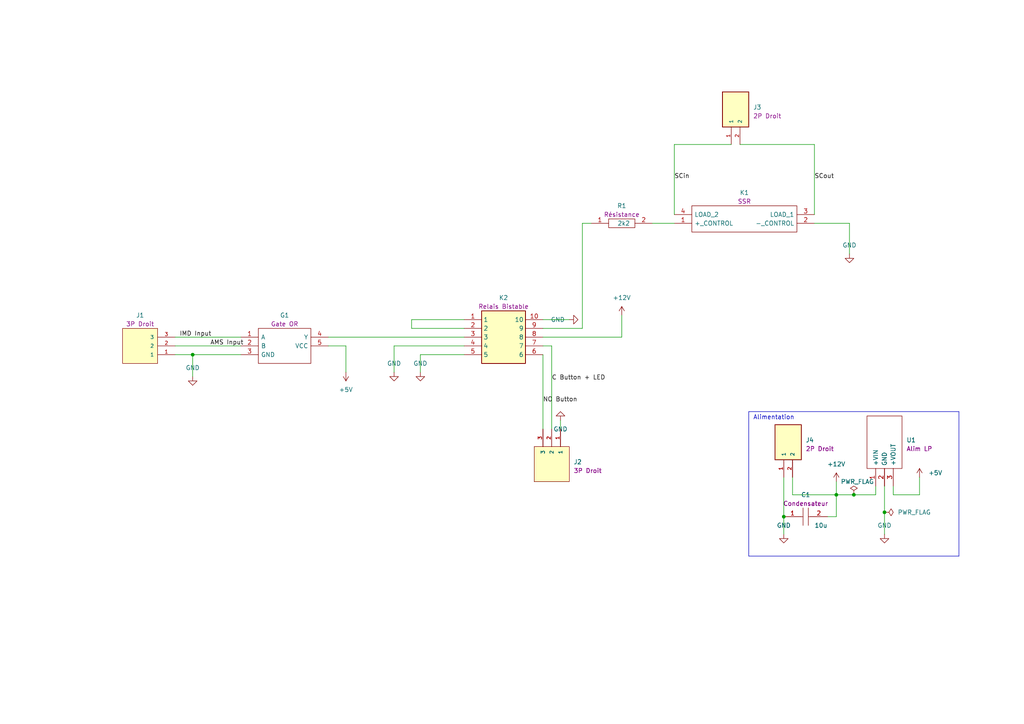
<source format=kicad_sch>
(kicad_sch (version 20230121) (generator eeschema)

  (uuid 7d9bad3e-6cf2-4a61-8644-78bfbb2e310d)

  (paper "A4")

  (title_block
    (title "IMD Reset")
  )

  (lib_symbols
    (symbol "EPSA_lib:2P Droit 2-11-2022" (pin_names (offset 1.016)) (in_bom yes) (on_board yes)
      (property "Reference" "J" (at 6.35 5.08 0)
        (effects (font (size 1.27 1.27)) (justify left bottom))
      )
      (property "Value" "2P Droit 2-11-2022" (at 6.35 7.62 0)
        (effects (font (size 1.27 1.27)) (justify left bottom) hide)
      )
      (property "Footprint" "EPSA_lib:MOLEX_22-11-2022" (at 6.35 -2.54 0)
        (effects (font (size 1.27 1.27)) (justify left bottom) hide)
      )
      (property "Datasheet" "" (at 0 0 0)
        (effects (font (size 1.27 1.27)) (justify left bottom) hide)
      )
      (property "Sim.Pins" "1=1 2=2" (at 0 0 0)
        (effects (font (size 1.27 1.27)) hide)
      )
      (property "Sim.Device" "SPICE" (at 6.35 5.08 0)
        (effects (font (size 1.27 1.27)) (justify left bottom) hide)
      )
      (property "Sim.Params" "type=\"J\" model=\"22-11-2022\" lib=\"\"" (at 0 0 0)
        (effects (font (size 1.27 1.27)) hide)
      )
      (property "MAXIMUM_PACKAGE_HEIGHT" "10.66mm" (at 6.35 -7.62 0)
        (effects (font (size 1.27 1.27)) (justify left bottom) hide)
      )
      (property "PARTREV" "BD8" (at 6.35 2.54 0)
        (effects (font (size 1.27 1.27)) (justify left bottom) hide)
      )
      (property "STANDARD" "Manufacturer Recommendations" (at 6.35 0 0)
        (effects (font (size 1.27 1.27)) (justify left bottom) hide)
      )
      (property "MANUFACTURER" "Molex" (at 6.35 -5.08 0)
        (effects (font (size 1.27 1.27)) (justify left bottom) hide)
      )
      (property "Sim.Enable" "0" (at 7.62 5.08 0)
        (effects (font (size 1.27 1.27)) (justify left bottom) hide)
      )
      (property "Render Name" "2P Droit" (at 0 3.81 0)
        (effects (font (size 1.27 1.27)))
      )
      (symbol "2P Droit 2-11-2022_0_0"
        (rectangle (start -5.08 -5.08) (end 5.08 2.54)
          (stroke (width 0.254) (type default))
          (fill (type background))
        )
        (pin passive line (at -10.16 0 0) (length 5.08)
          (name "1" (effects (font (size 1.016 1.016))))
          (number "1" (effects (font (size 1.016 1.016))))
        )
        (pin passive line (at -10.16 -2.54 0) (length 5.08)
          (name "2" (effects (font (size 1.016 1.016))))
          (number "2" (effects (font (size 1.016 1.016))))
        )
      )
    )
    (symbol "EPSA_lib:3P Droit 22-11-2032" (pin_names (offset 1.016)) (in_bom yes) (on_board yes)
      (property "Reference" "J" (at 6.35 7.62 0)
        (effects (font (size 1.27 1.27)) (justify left bottom))
      )
      (property "Value" "3P Droit 22-11-2032" (at 6.35 -8.89 0)
        (effects (font (size 1.27 1.27)) (justify left bottom) hide)
      )
      (property "Footprint" "EPSA_lib:MOLEX_22-11-2032" (at 6.35 -5.08 0)
        (effects (font (size 1.27 1.27)) (justify left bottom) hide)
      )
      (property "Datasheet" "" (at 0 0 0)
        (effects (font (size 1.27 1.27)) (justify left bottom) hide)
      )
      (property "Sim.Pins" "1=1 2=2 3=3" (at 0 0 0)
        (effects (font (size 1.27 1.27)) hide)
      )
      (property "Sim.Device" "SPICE" (at 6.35 7.62 0)
        (effects (font (size 1.27 1.27)) (justify left bottom) hide)
      )
      (property "Sim.Params" "type=\"J\" model=\"22-11-2032\" lib=\"\"" (at 0 0 0)
        (effects (font (size 1.27 1.27)) hide)
      )
      (property "STANDARD" "Manufacturer recommendations" (at 6.35 -6.35 0)
        (effects (font (size 1.27 1.27)) (justify left bottom) hide)
      )
      (property "PARTREV" "BD8" (at 6.35 0 0)
        (effects (font (size 1.27 1.27)) (justify left bottom) hide)
      )
      (property "MAXIMUM_PACKAGE_HEIGHT" "10.66mm" (at 6.35 -2.54 0)
        (effects (font (size 1.27 1.27)) (justify left bottom) hide)
      )
      (property "MANUFACTURER" "Molex" (at 6.35 2.54 0)
        (effects (font (size 1.27 1.27)) (justify left bottom) hide)
      )
      (property "Sim.Enable" "0" (at 8.89 7.62 0)
        (effects (font (size 1.27 1.27)) (justify left bottom) hide)
      )
      (property "Render Name" "3P Droit" (at 0 6.35 0)
        (effects (font (size 1.27 1.27)))
      )
      (symbol "3P Droit 22-11-2032_0_0"
        (rectangle (start -5.08 -5.08) (end 5.08 5.08)
          (stroke (width 0.1524) (type default))
          (fill (type background))
        )
        (pin passive line (at -10.16 2.54 0) (length 5.08)
          (name "1" (effects (font (size 1.016 1.016))))
          (number "1" (effects (font (size 1.016 1.016))))
        )
        (pin passive line (at -10.16 0 0) (length 5.08)
          (name "2" (effects (font (size 1.016 1.016))))
          (number "2" (effects (font (size 1.016 1.016))))
        )
        (pin passive line (at -10.16 -2.54 0) (length 5.08)
          (name "3" (effects (font (size 1.016 1.016))))
          (number "3" (effects (font (size 1.016 1.016))))
        )
      )
    )
    (symbol "EPSA_lib:Alim LP TSR_0.5-2450" (pin_names (offset 0.762)) (in_bom yes) (on_board yes)
      (property "Reference" "U" (at 20.32 11.43 0)
        (effects (font (size 1.27 1.27)) (justify left))
      )
      (property "Value" "Alim LP TSR_0.5-2450" (at 20.32 3.81 0)
        (effects (font (size 1.27 1.27)) (justify left) hide)
      )
      (property "Footprint" "EPSA_lib:TSR-0.5-2433" (at 20.32 1.27 0)
        (effects (font (size 1.27 1.27)) (justify left) hide)
      )
      (property "Datasheet" "https://tracopower.com/tsr0-5-datasheet/" (at 20.32 -1.27 0)
        (effects (font (size 1.27 1.27)) (justify left) hide)
      )
      (property "Sim.Pins" "1=1 2=2 3=3" (at 0 0 0)
        (effects (font (size 1.27 1.27)) hide)
      )
      (property "Sim.Device" "SPICE" (at 20.32 8.89 0)
        (effects (font (size 1.27 1.27)) (justify left) hide)
      )
      (property "Sim.Params" "type=\"R\" model=\"Alim LP TSR_0.5-2450\" lib=\"\"" (at 0 0 0)
        (effects (font (size 1.27 1.27)) hide)
      )
      (property "Description" "0.5 Amp POL switching regulator, 4.75 to -32 VDC input, pos.-pos. circuit, LM78 compatible, SIP-3" (at 20.32 -3.81 0)
        (effects (font (size 1.27 1.27)) (justify left) hide)
      )
      (property "Height" "" (at 20.32 -6.35 0)
        (effects (font (size 1.27 1.27)) (justify left) hide)
      )
      (property "Manufacturer_Name" "Traco Power" (at 20.32 -6.35 0)
        (effects (font (size 1.27 1.27)) (justify left) hide)
      )
      (property "Manufacturer_Part_Number" "TSR 0.5-2450" (at 20.32 -8.89 0)
        (effects (font (size 1.27 1.27)) (justify left) hide)
      )
      (property "Mouser Part Number" "495-TSR0.5-2450" (at 20.32 -11.43 0)
        (effects (font (size 1.27 1.27)) (justify left) hide)
      )
      (property "Mouser Price/Stock" "https://www.mouser.co.uk/ProductDetail/TRACO-Power/TSR-0.5-2450?qs=ckJk83FOD0XpEgQBSwF%2FIw%3D%3D" (at 20.32 -13.97 0)
        (effects (font (size 1.27 1.27)) (justify left) hide)
      )
      (property "Arrow Part Number" "TSR 0.5-2450" (at 20.32 -16.51 0)
        (effects (font (size 1.27 1.27)) (justify left) hide)
      )
      (property "Arrow Price/Stock" "https://www.arrow.com/en/products/tsr0.5-2450/traco-electronic-ag?region=europe" (at 20.32 -19.05 0)
        (effects (font (size 1.27 1.27)) (justify left) hide)
      )
      (property "Mouser Testing Part Number" "" (at 20.32 -21.59 0)
        (effects (font (size 1.27 1.27)) (justify left) hide)
      )
      (property "Mouser Testing Price/Stock" "" (at 20.32 -24.13 0)
        (effects (font (size 1.27 1.27)) (justify left) hide)
      )
      (property "Sim.Enable" "0" (at 21.59 8.89 0)
        (effects (font (size 1.27 1.27)) (justify left) hide)
      )
      (property "Render Name" "Alim LP" (at 11.43 8.89 0)
        (effects (font (size 1.27 1.27)))
      )
      (property "ki_description" "0.5 Amp POL switching regulator, 4.75 to -32 VDC input, pos.-pos. circuit, LM78 compatible, SIP-3" (at 0 0 0)
        (effects (font (size 1.27 1.27)) hide)
      )
      (symbol "Alim LP TSR_0.5-2450_0_0"
        (pin passive line (at -1.27 5.08 0) (length 5.08)
          (name "+VIN" (effects (font (size 1.27 1.27))))
          (number "1" (effects (font (size 1.27 1.27))))
        )
        (pin passive line (at -1.27 2.54 0) (length 5.08)
          (name "GND" (effects (font (size 1.27 1.27))))
          (number "2" (effects (font (size 1.27 1.27))))
        )
        (pin passive line (at -1.27 0 0) (length 5.08)
          (name "+VOUT" (effects (font (size 1.27 1.27))))
          (number "3" (effects (font (size 1.27 1.27))))
        )
      )
      (symbol "Alim LP TSR_0.5-2450_0_1"
        (polyline
          (pts
            (xy 3.81 7.62)
            (xy 19.05 7.62)
            (xy 19.05 -2.54)
            (xy 3.81 -2.54)
            (xy 3.81 7.62)
          )
          (stroke (width 0.1524) (type default))
          (fill (type none))
        )
      )
    )
    (symbol "EPSA_lib:Condensateur 0805Y1000104JXT" (pin_names (offset 0.762)) (in_bom yes) (on_board yes)
      (property "Reference" "C" (at 20.32 5.08 0)
        (effects (font (size 1.27 1.27)) (justify left))
      )
      (property "Value" "10u" (at 20.32 2.54 0)
        (effects (font (size 1.27 1.27)) (justify left))
      )
      (property "Footprint" "EPSA_lib:CAPC2012X130N" (at 20.32 0 0)
        (effects (font (size 1.27 1.27)) (justify left) hide)
      )
      (property "Datasheet" "http://docs-europe.electrocomponents.com/webdocs/119d/0900766b8119d7bc.pdf" (at 20.32 -2.54 0)
        (effects (font (size 1.27 1.27)) (justify left) hide)
      )
      (property "Sim.Pins" "1=+ 2=-" (at 0 0 0)
        (effects (font (size 1.27 1.27)) hide)
      )
      (property "Sim.Device" "C" (at 20.32 5.08 0)
        (effects (font (size 1.27 1.27)) (justify left) hide)
      )
      (property "Description" "Syfer 0805 Ceramic Chip Capacitors" (at 20.32 -5.08 0)
        (effects (font (size 1.27 1.27)) (justify left) hide)
      )
      (property "Height" "1.3" (at 20.32 -7.62 0)
        (effects (font (size 1.27 1.27)) (justify left) hide)
      )
      (property "Manufacturer_Name" "Syfer" (at 20.32 -10.16 0)
        (effects (font (size 1.27 1.27)) (justify left) hide)
      )
      (property "Manufacturer_Part_Number" "0805Y1000104JXT" (at 20.32 -12.7 0)
        (effects (font (size 1.27 1.27)) (justify left) hide)
      )
      (property "Mouser Part Number" "" (at 8.89 -13.97 0)
        (effects (font (size 1.27 1.27)) (justify left) hide)
      )
      (property "Mouser Price/Stock" "" (at 20.32 -12.7 0)
        (effects (font (size 1.27 1.27)) (justify left) hide)
      )
      (property "Arrow Part Number" "0805Y1000104JXT" (at 20.32 -12.7 0)
        (effects (font (size 1.27 1.27)) (justify left) hide)
      )
      (property "Arrow Price/Stock" "https://www.arrow.com/en/products/0805y1000104jxt/syfer-technology?region=europe" (at 20.32 -15.24 0)
        (effects (font (size 1.27 1.27)) (justify left) hide)
      )
      (property "Mouser Testing Part Number" "" (at 20.32 -17.78 0)
        (effects (font (size 1.27 1.27)) (justify left) hide)
      )
      (property "Mouser Testing Price/Stock" "" (at 20.32 -22.86 0)
        (effects (font (size 1.27 1.27)) (justify left) hide)
      )
      (property "Render Name" "Condensateur" (at 6.35 3.81 0)
        (effects (font (size 1.27 1.27)))
      )
      (property "ki_description" "Syfer 0805 Ceramic Chip Capacitors" (at 0 0 0)
        (effects (font (size 1.27 1.27)) hide)
      )
      (symbol "Condensateur 0805Y1000104JXT_0_0"
        (pin passive line (at 0 0 0) (length 5.08)
          (name "~" (effects (font (size 1.27 1.27))))
          (number "1" (effects (font (size 1.27 1.27))))
        )
        (pin passive line (at 12.7 0 180) (length 5.08)
          (name "~" (effects (font (size 1.27 1.27))))
          (number "2" (effects (font (size 1.27 1.27))))
        )
      )
      (symbol "Condensateur 0805Y1000104JXT_0_1"
        (polyline
          (pts
            (xy 5.08 0)
            (xy 5.588 0)
          )
          (stroke (width 0.1524) (type default))
          (fill (type none))
        )
        (polyline
          (pts
            (xy 5.588 2.54)
            (xy 5.588 -2.54)
          )
          (stroke (width 0.1524) (type default))
          (fill (type none))
        )
        (polyline
          (pts
            (xy 7.112 0)
            (xy 7.62 0)
          )
          (stroke (width 0.1524) (type default))
          (fill (type none))
        )
        (polyline
          (pts
            (xy 7.112 2.54)
            (xy 7.112 -2.54)
          )
          (stroke (width 0.1524) (type default))
          (fill (type none))
        )
      )
    )
    (symbol "EPSA_lib:Gate OR SN74AHCT1G32DBVR" (pin_names (offset 0.762)) (in_bom yes) (on_board yes)
      (property "Reference" "G" (at 34.29 8.89 0)
        (effects (font (size 1.27 1.27)) (justify left))
      )
      (property "Value" "Gate OR SN74AHCT1G32DBVR" (at 34.29 6.35 0)
        (effects (font (size 1.27 1.27)) (justify left) hide)
      )
      (property "Footprint" "EPSA_lib:SOT95P280X145-5N" (at 34.29 3.81 0)
        (effects (font (size 1.27 1.27)) (justify left) hide)
      )
      (property "Datasheet" "http://www.ti.com/lit/ds/symlink/sn74ahct1g32.pdf" (at 34.29 1.27 0)
        (effects (font (size 1.27 1.27)) (justify left) hide)
      )
      (property "Sim.Pins" "4=1 1=2 2=3 5=4 3=5" (at 55.88 11.43 0)
        (effects (font (size 1.27 1.27)) (justify left) hide)
      )
      (property "Sim.Device" "SPICE" (at 38.1 8.89 0)
        (effects (font (size 1.27 1.27)) (justify left) hide)
      )
      (property "Sim.Params" "type=\"X\" model=\"SN74AHCT1G32\" lib=\"${EPSA}\\SpiceModel\\OR_SN74AHCT1G32.lib\"" (at 0 0 0)
        (effects (font (size 1.27 1.27)) hide)
      )
      (property "Description" "2-Input Positive-OR Gate SN74AHCT1G32DBV" (at 34.29 -1.27 0)
        (effects (font (size 1.27 1.27)) (justify left) hide)
      )
      (property "Height" "1.45" (at 34.29 -3.81 0)
        (effects (font (size 1.27 1.27)) (justify left) hide)
      )
      (property "Manufacturer_Name" "Texas Instruments" (at 34.29 -6.35 0)
        (effects (font (size 1.27 1.27)) (justify left) hide)
      )
      (property "Manufacturer_Part_Number" "SN74AHCT1G32DBVR" (at 34.29 -8.89 0)
        (effects (font (size 1.27 1.27)) (justify left) hide)
      )
      (property "Mouser Part Number" "595-SN74AHCT1G32DBVR" (at 34.29 -11.43 0)
        (effects (font (size 1.27 1.27)) (justify left) hide)
      )
      (property "Mouser Price/Stock" "https://www.mouser.co.uk/ProductDetail/Texas-Instruments/SN74AHCT1G32DBVR?qs=0le1rQK8zxpIB8pUTaKa9Q%3D%3D" (at 34.29 -13.97 0)
        (effects (font (size 1.27 1.27)) (justify left) hide)
      )
      (property "Arrow Part Number" "SN74AHCT1G32DBVR" (at 34.29 -16.51 0)
        (effects (font (size 1.27 1.27)) (justify left) hide)
      )
      (property "Arrow Price/Stock" "https://www.arrow.com/en/products/sn74ahct1g32dbvr/texas-instruments" (at 34.29 -19.05 0)
        (effects (font (size 1.27 1.27)) (justify left) hide)
      )
      (property "Mouser Testing Part Number" "" (at 21.59 -22.86 0)
        (effects (font (size 1.27 1.27)) (justify left) hide)
      )
      (property "Mouser Testing Price/Stock" "" (at 21.59 -25.4 0)
        (effects (font (size 1.27 1.27)) (justify left) hide)
      )
      (property "Render Name" "Gate OR" (at 12.7 3.81 0)
        (effects (font (size 1.27 1.27)))
      )
      (property "ki_description" "2-Input Positive-OR Gate SN74AHCT1G32DBV" (at 0 0 0)
        (effects (font (size 1.27 1.27)) hide)
      )
      (symbol "Gate OR SN74AHCT1G32DBVR_0_0"
        (pin passive line (at 0 0 0) (length 5.08)
          (name "A" (effects (font (size 1.27 1.27))))
          (number "1" (effects (font (size 1.27 1.27))))
        )
        (pin passive line (at 0 -2.54 0) (length 5.08)
          (name "B" (effects (font (size 1.27 1.27))))
          (number "2" (effects (font (size 1.27 1.27))))
        )
        (pin passive line (at 0 -5.08 0) (length 5.08)
          (name "GND" (effects (font (size 1.27 1.27))))
          (number "3" (effects (font (size 1.27 1.27))))
        )
        (pin passive line (at 25.4 0 180) (length 5.08)
          (name "Y" (effects (font (size 1.27 1.27))))
          (number "4" (effects (font (size 1.27 1.27))))
        )
        (pin passive line (at 25.4 -2.54 180) (length 5.08)
          (name "VCC" (effects (font (size 1.27 1.27))))
          (number "5" (effects (font (size 1.27 1.27))))
        )
      )
      (symbol "Gate OR SN74AHCT1G32DBVR_0_1"
        (polyline
          (pts
            (xy 5.08 2.54)
            (xy 20.32 2.54)
            (xy 20.32 -7.62)
            (xy 5.08 -7.62)
            (xy 5.08 2.54)
          )
          (stroke (width 0.1524) (type default))
          (fill (type none))
        )
      )
    )
    (symbol "EPSA_lib:Résistance RK73H2BLTDD2152F" (pin_names (offset 0.762)) (in_bom yes) (on_board yes)
      (property "Reference" "R" (at 25.4 5.08 0)
        (effects (font (size 1.27 1.27)) (justify left))
      )
      (property "Value" "10" (at 25.4 2.54 0)
        (effects (font (size 1.27 1.27)) (justify left))
      )
      (property "Footprint" "EPSA_lib:RESC3216X70N" (at 25.4 0 0)
        (effects (font (size 1.27 1.27)) (justify left) hide)
      )
      (property "Datasheet" "http://www.koaspeer.com/catimages/Products/RK73H/RK73H.pdf" (at 25.4 -2.54 0)
        (effects (font (size 1.27 1.27)) (justify left) hide)
      )
      (property "Sim.Pins" "1=+ 2=-" (at 0 0 0)
        (effects (font (size 1.27 1.27)) hide)
      )
      (property "Sim.Device" "R" (at 25.4 5.08 0)
        (effects (font (size 1.27 1.27)) (justify left) hide)
      )
      (property "Description" "Thick Film Resistors - SMD" (at 25.4 -5.08 0)
        (effects (font (size 1.27 1.27)) (justify left) hide)
      )
      (property "Height" "0.7" (at 25.4 -7.62 0)
        (effects (font (size 1.27 1.27)) (justify left) hide)
      )
      (property "Manufacturer_Name" "KOA Speer" (at 25.4 -10.16 0)
        (effects (font (size 1.27 1.27)) (justify left) hide)
      )
      (property "Manufacturer_Part_Number" "RK73H2BLTDD2152F" (at 25.4 -12.7 0)
        (effects (font (size 1.27 1.27)) (justify left) hide)
      )
      (property "Mouser Part Number" "N/A" (at 25.4 -15.24 0)
        (effects (font (size 1.27 1.27)) (justify left) hide)
      )
      (property "Mouser Price/Stock" "https://www.mouser.co.uk/ProductDetail/KOA-Speer/RK73H2BLTDD2152F?qs=WeIALVmW3zmyxMFsjVzMRw%3D%3D" (at 25.4 -17.78 0)
        (effects (font (size 1.27 1.27)) (justify left) hide)
      )
      (property "Arrow Part Number" "" (at 13.97 -19.05 0)
        (effects (font (size 1.27 1.27)) (justify left) hide)
      )
      (property "Arrow Price/Stock" "" (at 13.97 -21.59 0)
        (effects (font (size 1.27 1.27)) (justify left) hide)
      )
      (property "Mouser Testing Part Number" "" (at 13.97 -24.13 0)
        (effects (font (size 1.27 1.27)) (justify left) hide)
      )
      (property "Mouser Testing Price/Stock" "" (at 13.97 -26.67 0)
        (effects (font (size 1.27 1.27)) (justify left) hide)
      )
      (property "Render Name" "Résistance" (at 8.89 2.54 0)
        (effects (font (size 1.27 1.27)))
      )
      (property "ki_description" "Thick Film Resistors - SMD" (at 0 0 0)
        (effects (font (size 1.27 1.27)) hide)
      )
      (symbol "Résistance RK73H2BLTDD2152F_0_0"
        (pin passive line (at 0 0 0) (length 5.08)
          (name "~" (effects (font (size 1.27 1.27))))
          (number "1" (effects (font (size 1.27 1.27))))
        )
        (pin passive line (at 17.78 0 180) (length 5.08)
          (name "~" (effects (font (size 1.27 1.27))))
          (number "2" (effects (font (size 1.27 1.27))))
        )
      )
      (symbol "Résistance RK73H2BLTDD2152F_0_1"
        (polyline
          (pts
            (xy 5.08 1.27)
            (xy 12.7 1.27)
            (xy 12.7 -1.27)
            (xy 5.08 -1.27)
            (xy 5.08 1.27)
          )
          (stroke (width 0.1524) (type default))
          (fill (type none))
        )
      )
    )
    (symbol "EPSA_lib:SSR CPC1394GR" (pin_names (offset 0.762)) (in_bom yes) (on_board yes)
      (property "Reference" "K" (at 48.26 7.62 0)
        (effects (font (size 1.27 1.27)) (justify left))
      )
      (property "Value" "SSR CPC1394GR" (at 48.26 5.08 0)
        (effects (font (size 1.27 1.27)) (justify left) hide)
      )
      (property "Footprint" "EPSA_lib:CPC1394GR" (at 48.26 2.54 0)
        (effects (font (size 1.27 1.27)) (justify left) hide)
      )
      (property "Datasheet" "https://componentsearchengine.com/Datasheets/1/CPC1394GR.pdf" (at 48.26 0 0)
        (effects (font (size 1.27 1.27)) (justify left) hide)
      )
      (property "Sim.Pins" "1=1 2=2 3=3 4=4" (at 0 0 0)
        (effects (font (size 1.27 1.27)) hide)
      )
      (property "Sim.Device" "SPICE" (at 59.69 10.16 0)
        (effects (font (size 1.27 1.27)) (justify left) hide)
      )
      (property "Sim.Params" "type=\"X\" model=\"SWITCH\" lib=\"${EPSA}\\SpiceModel\\SSR.lib\"" (at 0 0 0)
        (effects (font (size 1.27 1.27)) hide)
      )
      (property "Description" "SPST-NO Solid State Relay Solder 120 mA rms/mA dc Surface Mount, DC MOSFET" (at 48.26 -2.54 0)
        (effects (font (size 1.27 1.27)) (justify left) hide)
      )
      (property "Height" "3.556" (at 48.26 -5.08 0)
        (effects (font (size 1.27 1.27)) (justify left) hide)
      )
      (property "Manufacturer_Name" "LITTELFUSE" (at 48.26 -7.62 0)
        (effects (font (size 1.27 1.27)) (justify left) hide)
      )
      (property "Manufacturer_Part_Number" "CPC1394GR" (at 48.26 -10.16 0)
        (effects (font (size 1.27 1.27)) (justify left) hide)
      )
      (property "Mouser Part Number" "849-CPC1394GR" (at 48.26 -12.7 0)
        (effects (font (size 1.27 1.27)) (justify left) hide)
      )
      (property "Mouser Price/Stock" "https://www.mouser.co.uk/ProductDetail/IXYS-Integrated-Circuits/CPC1394GR?qs=8uBHJDVwVqyTG8bzDwZMmA%3D%3D" (at 48.26 -15.24 0)
        (effects (font (size 1.27 1.27)) (justify left) hide)
      )
      (property "Arrow Part Number" "" (at 36.83 -17.78 0)
        (effects (font (size 1.27 1.27)) (justify left) hide)
      )
      (property "Arrow Price/Stock" "" (at 36.83 -20.32 0)
        (effects (font (size 1.27 1.27)) (justify left) hide)
      )
      (property "Mouser Testing Part Number" "" (at 36.83 -22.86 0)
        (effects (font (size 1.27 1.27)) (justify left) hide)
      )
      (property "Mouser Testing Price/Stock" "" (at 36.83 -25.4 0)
        (effects (font (size 1.27 1.27)) (justify left) hide)
      )
      (property "Render Name" "SSR" (at 19.05 3.81 0)
        (effects (font (size 1.27 1.27)))
      )
      (property "ki_description" "SPST-NO Solid State Relay Solder 120 mA rms/mA dc Surface Mount, DC MOSFET" (at 0 0 0)
        (effects (font (size 1.27 1.27)) hide)
      )
      (symbol "SSR CPC1394GR_0_0"
        (pin passive line (at 0 -2.54 0) (length 5.08)
          (name "+_CONTROL" (effects (font (size 1.27 1.27))))
          (number "1" (effects (font (size 1.27 1.27))))
        )
        (pin passive line (at 40.64 -2.54 180) (length 5.08)
          (name "-_CONTROL" (effects (font (size 1.27 1.27))))
          (number "2" (effects (font (size 1.27 1.27))))
        )
        (pin passive line (at 40.64 0 180) (length 5.08)
          (name "LOAD_1" (effects (font (size 1.27 1.27))))
          (number "3" (effects (font (size 1.27 1.27))))
        )
        (pin passive line (at 0 0 0) (length 5.08)
          (name "LOAD_2" (effects (font (size 1.27 1.27))))
          (number "4" (effects (font (size 1.27 1.27))))
        )
      )
      (symbol "SSR CPC1394GR_0_1"
        (polyline
          (pts
            (xy 5.08 2.54)
            (xy 35.56 2.54)
            (xy 35.56 -5.08)
            (xy 5.08 -5.08)
            (xy 5.08 2.54)
          )
          (stroke (width 0.1524) (type default))
          (fill (type none))
        )
      )
    )
    (symbol "EPSA_lib:V23079-B1203-B301" (in_bom yes) (on_board yes)
      (property "Reference" "K" (at 19.05 7.62 0)
        (effects (font (size 1.27 1.27)) (justify left top))
      )
      (property "Value" "V23079-B1203-B301" (at 19.05 5.08 0)
        (effects (font (size 1.27 1.27)) (justify left top) hide)
      )
      (property "Footprint" "EPSA_lib:V23079" (at 34.036 2.286 0)
        (effects (font (size 1.27 1.27)) (justify left top))
      )
      (property "Datasheet" "http://uk.rs-online.com/web/p/products/0515571P" (at 19.05 -194.92 0)
        (effects (font (size 1.27 1.27)) (justify left top) hide)
      )
      (property "Height" "" (at 19.05 -394.92 0)
        (effects (font (size 1.27 1.27)) (justify left top) hide)
      )
      (property "RS Part Number" "0515571P" (at 19.05 -494.92 0)
        (effects (font (size 1.27 1.27)) (justify left top) hide)
      )
      (property "RS Price/Stock" "http://uk.rs-online.com/web/p/products/0515571P" (at 19.05 -594.92 0)
        (effects (font (size 1.27 1.27)) (justify left top) hide)
      )
      (property "Manufacturer_Name" "TE Connectivity" (at 19.05 -694.92 0)
        (effects (font (size 1.27 1.27)) (justify left top) hide)
      )
      (property "Manufacturer_Part_Number" "V23079-B1203-B301" (at 19.05 -794.92 0)
        (effects (font (size 1.27 1.27)) (justify left top) hide)
      )
      (property "Allied_Number" "70346463" (at 19.05 -894.92 0)
        (effects (font (size 1.27 1.27)) (justify left top) hide)
      )
      (property "Render Name" "Relais Bistable" (at 11.43 4.064 0)
        (effects (font (size 1.27 1.27)))
      )
      (property "ki_description" "DPDT latch PCB relay, 5A 12Vdc coil (x2)" (at 0 0 0)
        (effects (font (size 1.27 1.27)) hide)
      )
      (symbol "V23079-B1203-B301_1_1"
        (rectangle (start 5.08 2.54) (end 17.78 -12.7)
          (stroke (width 0.254) (type default))
          (fill (type background))
        )
        (pin passive line (at 0 0 0) (length 5.08)
          (name "1" (effects (font (size 1.27 1.27))))
          (number "1" (effects (font (size 1.27 1.27))))
        )
        (pin passive line (at 22.86 0 180) (length 5.08)
          (name "10" (effects (font (size 1.27 1.27))))
          (number "10" (effects (font (size 1.27 1.27))))
        )
        (pin passive line (at 0 -2.54 0) (length 5.08)
          (name "2" (effects (font (size 1.27 1.27))))
          (number "2" (effects (font (size 1.27 1.27))))
        )
        (pin passive line (at 0 -5.08 0) (length 5.08)
          (name "3" (effects (font (size 1.27 1.27))))
          (number "3" (effects (font (size 1.27 1.27))))
        )
        (pin passive line (at 0 -7.62 0) (length 5.08)
          (name "4" (effects (font (size 1.27 1.27))))
          (number "4" (effects (font (size 1.27 1.27))))
        )
        (pin passive line (at 0 -10.16 0) (length 5.08)
          (name "5" (effects (font (size 1.27 1.27))))
          (number "5" (effects (font (size 1.27 1.27))))
        )
        (pin passive line (at 22.86 -10.16 180) (length 5.08)
          (name "6" (effects (font (size 1.27 1.27))))
          (number "6" (effects (font (size 1.27 1.27))))
        )
        (pin passive line (at 22.86 -7.62 180) (length 5.08)
          (name "7" (effects (font (size 1.27 1.27))))
          (number "7" (effects (font (size 1.27 1.27))))
        )
        (pin passive line (at 22.86 -5.08 180) (length 5.08)
          (name "8" (effects (font (size 1.27 1.27))))
          (number "8" (effects (font (size 1.27 1.27))))
        )
        (pin passive line (at 22.86 -2.54 180) (length 5.08)
          (name "9" (effects (font (size 1.27 1.27))))
          (number "9" (effects (font (size 1.27 1.27))))
        )
      )
    )
    (symbol "power:+12V" (power) (pin_names (offset 0)) (in_bom yes) (on_board yes)
      (property "Reference" "#PWR" (at 0 -3.81 0)
        (effects (font (size 1.27 1.27)) hide)
      )
      (property "Value" "+12V" (at 0 3.556 0)
        (effects (font (size 1.27 1.27)))
      )
      (property "Footprint" "" (at 0 0 0)
        (effects (font (size 1.27 1.27)) hide)
      )
      (property "Datasheet" "" (at 0 0 0)
        (effects (font (size 1.27 1.27)) hide)
      )
      (property "ki_keywords" "power-flag" (at 0 0 0)
        (effects (font (size 1.27 1.27)) hide)
      )
      (property "ki_description" "Power symbol creates a global label with name \"+12V\"" (at 0 0 0)
        (effects (font (size 1.27 1.27)) hide)
      )
      (symbol "+12V_0_1"
        (polyline
          (pts
            (xy -0.762 1.27)
            (xy 0 2.54)
          )
          (stroke (width 0) (type default))
          (fill (type none))
        )
        (polyline
          (pts
            (xy 0 0)
            (xy 0 2.54)
          )
          (stroke (width 0) (type default))
          (fill (type none))
        )
        (polyline
          (pts
            (xy 0 2.54)
            (xy 0.762 1.27)
          )
          (stroke (width 0) (type default))
          (fill (type none))
        )
      )
      (symbol "+12V_1_1"
        (pin power_in line (at 0 0 90) (length 0) hide
          (name "+12V" (effects (font (size 1.27 1.27))))
          (number "1" (effects (font (size 1.27 1.27))))
        )
      )
    )
    (symbol "power:+5V" (power) (pin_names (offset 0)) (in_bom yes) (on_board yes)
      (property "Reference" "#PWR" (at 0 -3.81 0)
        (effects (font (size 1.27 1.27)) hide)
      )
      (property "Value" "+5V" (at 0 3.556 0)
        (effects (font (size 1.27 1.27)))
      )
      (property "Footprint" "" (at 0 0 0)
        (effects (font (size 1.27 1.27)) hide)
      )
      (property "Datasheet" "" (at 0 0 0)
        (effects (font (size 1.27 1.27)) hide)
      )
      (property "ki_keywords" "power-flag" (at 0 0 0)
        (effects (font (size 1.27 1.27)) hide)
      )
      (property "ki_description" "Power symbol creates a global label with name \"+5V\"" (at 0 0 0)
        (effects (font (size 1.27 1.27)) hide)
      )
      (symbol "+5V_0_1"
        (polyline
          (pts
            (xy -0.762 1.27)
            (xy 0 2.54)
          )
          (stroke (width 0) (type default))
          (fill (type none))
        )
        (polyline
          (pts
            (xy 0 0)
            (xy 0 2.54)
          )
          (stroke (width 0) (type default))
          (fill (type none))
        )
        (polyline
          (pts
            (xy 0 2.54)
            (xy 0.762 1.27)
          )
          (stroke (width 0) (type default))
          (fill (type none))
        )
      )
      (symbol "+5V_1_1"
        (pin power_in line (at 0 0 90) (length 0) hide
          (name "+5V" (effects (font (size 1.27 1.27))))
          (number "1" (effects (font (size 1.27 1.27))))
        )
      )
    )
    (symbol "power:GND" (power) (pin_names (offset 0)) (in_bom yes) (on_board yes)
      (property "Reference" "#PWR" (at 0 -6.35 0)
        (effects (font (size 1.27 1.27)) hide)
      )
      (property "Value" "GND" (at 0 -3.81 0)
        (effects (font (size 1.27 1.27)))
      )
      (property "Footprint" "" (at 0 0 0)
        (effects (font (size 1.27 1.27)) hide)
      )
      (property "Datasheet" "" (at 0 0 0)
        (effects (font (size 1.27 1.27)) hide)
      )
      (property "ki_keywords" "global power" (at 0 0 0)
        (effects (font (size 1.27 1.27)) hide)
      )
      (property "ki_description" "Power symbol creates a global label with name \"GND\" , ground" (at 0 0 0)
        (effects (font (size 1.27 1.27)) hide)
      )
      (symbol "GND_0_1"
        (polyline
          (pts
            (xy 0 0)
            (xy 0 -1.27)
            (xy 1.27 -1.27)
            (xy 0 -2.54)
            (xy -1.27 -1.27)
            (xy 0 -1.27)
          )
          (stroke (width 0) (type default))
          (fill (type none))
        )
      )
      (symbol "GND_1_1"
        (pin power_in line (at 0 0 270) (length 0) hide
          (name "GND" (effects (font (size 1.27 1.27))))
          (number "1" (effects (font (size 1.27 1.27))))
        )
      )
    )
    (symbol "power:PWR_FLAG" (power) (pin_numbers hide) (pin_names (offset 0) hide) (in_bom yes) (on_board yes)
      (property "Reference" "#FLG" (at 0 1.905 0)
        (effects (font (size 1.27 1.27)) hide)
      )
      (property "Value" "PWR_FLAG" (at 0 3.81 0)
        (effects (font (size 1.27 1.27)))
      )
      (property "Footprint" "" (at 0 0 0)
        (effects (font (size 1.27 1.27)) hide)
      )
      (property "Datasheet" "~" (at 0 0 0)
        (effects (font (size 1.27 1.27)) hide)
      )
      (property "ki_keywords" "power-flag" (at 0 0 0)
        (effects (font (size 1.27 1.27)) hide)
      )
      (property "ki_description" "Special symbol for telling ERC where power comes from" (at 0 0 0)
        (effects (font (size 1.27 1.27)) hide)
      )
      (symbol "PWR_FLAG_0_0"
        (pin power_out line (at 0 0 90) (length 0)
          (name "pwr" (effects (font (size 1.27 1.27))))
          (number "1" (effects (font (size 1.27 1.27))))
        )
      )
      (symbol "PWR_FLAG_0_1"
        (polyline
          (pts
            (xy 0 0)
            (xy 0 1.27)
            (xy -1.016 1.905)
            (xy 0 2.54)
            (xy 1.016 1.905)
            (xy 0 1.27)
          )
          (stroke (width 0) (type default))
          (fill (type none))
        )
      )
    )
  )

  (junction (at 227.33 149.86) (diameter 0) (color 0 0 0 0)
    (uuid 0cc9a850-54fa-48e5-8bd7-68a979338053)
  )
  (junction (at 55.88 102.87) (diameter 0) (color 0 0 0 0)
    (uuid 7921feff-a3f3-4b79-8cdb-fe0fbf18d052)
  )
  (junction (at 242.57 143.51) (diameter 0) (color 0 0 0 0)
    (uuid b8a1a105-c417-40c0-a0b4-2fe329e2fbf2)
  )
  (junction (at 247.65 143.51) (diameter 0) (color 0 0 0 0)
    (uuid ca8b6288-59c3-4d21-9874-f2849329a5e7)
  )
  (junction (at 256.54 148.59) (diameter 0) (color 0 0 0 0)
    (uuid d4d69612-e106-433e-be06-ff6b81dc26b7)
  )

  (wire (pts (xy 254 143.51) (xy 247.65 143.51))
    (stroke (width 0) (type default))
    (uuid 00d25f7a-adbc-492f-bdca-74abfdc9257c)
  )
  (wire (pts (xy 100.33 100.33) (xy 100.33 107.95))
    (stroke (width 0) (type default))
    (uuid 0c0275b8-3499-4349-b356-3322eb2fa2b9)
  )
  (wire (pts (xy 256.54 140.97) (xy 256.54 148.59))
    (stroke (width 0) (type default))
    (uuid 0eaf895e-df1d-4cbc-a3c8-c82c10f8d33d)
  )
  (wire (pts (xy 195.58 41.91) (xy 212.09 41.91))
    (stroke (width 0) (type default))
    (uuid 10b7314d-71cd-404b-b7c2-52bc5d945fe1)
  )
  (wire (pts (xy 95.25 97.79) (xy 134.62 97.79))
    (stroke (width 0) (type default))
    (uuid 164a0ae5-e606-4e8a-b5fa-5e863f6c2824)
  )
  (polyline (pts (xy 217.17 161.29) (xy 278.13 161.29))
    (stroke (width 0) (type default))
    (uuid 177b1dcd-0c3b-4038-97d1-dcf6ff3b4977)
  )

  (wire (pts (xy 121.92 102.87) (xy 121.92 107.95))
    (stroke (width 0) (type default))
    (uuid 1a3b4707-6e3a-452d-9cc4-e864b8e6922b)
  )
  (wire (pts (xy 259.08 140.97) (xy 259.08 143.51))
    (stroke (width 0) (type default))
    (uuid 1b48f01d-65db-4127-91da-1a00967bbd7a)
  )
  (wire (pts (xy 121.92 102.87) (xy 134.62 102.87))
    (stroke (width 0) (type default))
    (uuid 1c3df024-b85f-4202-82ad-50289cf7d63a)
  )
  (wire (pts (xy 189.23 64.77) (xy 195.58 64.77))
    (stroke (width 0) (type default))
    (uuid 22b9e017-59f1-40a6-a2d7-e54e521f9241)
  )
  (wire (pts (xy 157.48 97.79) (xy 180.34 97.79))
    (stroke (width 0) (type default))
    (uuid 2525db6a-732a-4846-b6b9-cdeeba05a90a)
  )
  (wire (pts (xy 227.33 149.86) (xy 227.33 154.94))
    (stroke (width 0) (type default))
    (uuid 26a492d4-ee13-4206-87b0-7f7864afef25)
  )
  (wire (pts (xy 266.7 138.43) (xy 266.7 143.51))
    (stroke (width 0) (type default))
    (uuid 26ee505e-7312-4336-a944-2a5ebcd8a2fc)
  )
  (wire (pts (xy 69.85 102.87) (xy 55.88 102.87))
    (stroke (width 0) (type default))
    (uuid 30df87ea-36c9-4412-b25e-f74c113316e3)
  )
  (polyline (pts (xy 278.13 161.29) (xy 278.13 119.38))
    (stroke (width 0) (type default))
    (uuid 3d4d79bd-01d0-419c-8096-3739c1da1e8e)
  )

  (wire (pts (xy 168.91 95.25) (xy 168.91 64.77))
    (stroke (width 0) (type default))
    (uuid 417afb9b-1578-46a7-8df9-ac93ff8b4b75)
  )
  (wire (pts (xy 246.38 64.77) (xy 246.38 73.66))
    (stroke (width 0) (type default))
    (uuid 4cd1825c-b50d-4415-9b34-33ff0e06b36a)
  )
  (wire (pts (xy 214.63 41.91) (xy 236.22 41.91))
    (stroke (width 0) (type default))
    (uuid 51256e65-225b-4881-b6b2-b0effc2de4c0)
  )
  (wire (pts (xy 50.8 100.33) (xy 69.85 100.33))
    (stroke (width 0) (type default))
    (uuid 531d1295-5c77-497e-b3ea-2f36f44e466c)
  )
  (wire (pts (xy 119.38 92.71) (xy 119.38 95.25))
    (stroke (width 0) (type default))
    (uuid 53ecee02-0cdb-41ea-b689-03cc133da671)
  )
  (wire (pts (xy 55.88 102.87) (xy 55.88 109.22))
    (stroke (width 0) (type default))
    (uuid 573b5981-ee83-4719-8379-75097b1d261b)
  )
  (wire (pts (xy 227.33 138.43) (xy 227.33 149.86))
    (stroke (width 0) (type default))
    (uuid 5b527b30-adf1-4971-b7c0-bcb7eaa87667)
  )
  (wire (pts (xy 114.3 100.33) (xy 114.3 107.95))
    (stroke (width 0) (type default))
    (uuid 5c68f706-523f-4831-b2ef-f05a02a46a3b)
  )
  (wire (pts (xy 157.48 102.87) (xy 157.48 124.46))
    (stroke (width 0) (type default))
    (uuid 64a306c7-f26e-4a92-9d91-ae6c21ea1d3e)
  )
  (wire (pts (xy 236.22 64.77) (xy 246.38 64.77))
    (stroke (width 0) (type default))
    (uuid 74b269a0-c2e6-48fb-9b8f-7c0b369376fd)
  )
  (wire (pts (xy 50.8 102.87) (xy 55.88 102.87))
    (stroke (width 0) (type default))
    (uuid 7c9da122-5b24-4e3d-8463-ef866c998140)
  )
  (wire (pts (xy 134.62 92.71) (xy 119.38 92.71))
    (stroke (width 0) (type default))
    (uuid 8cab8212-56f5-42a7-9422-ce900d89c05e)
  )
  (wire (pts (xy 195.58 62.23) (xy 195.58 41.91))
    (stroke (width 0) (type default))
    (uuid 93357f96-9c6f-4785-86d4-c760e0ce4ffb)
  )
  (wire (pts (xy 256.54 148.59) (xy 256.54 154.94))
    (stroke (width 0) (type default))
    (uuid 99ae25e2-113d-49b7-9b54-4e1a5ade5d4e)
  )
  (wire (pts (xy 236.22 41.91) (xy 236.22 62.23))
    (stroke (width 0) (type default))
    (uuid 9f2acbb3-f961-40be-a3ce-17ad2fc04e35)
  )
  (wire (pts (xy 160.02 100.33) (xy 160.02 124.46))
    (stroke (width 0) (type default))
    (uuid a81694ce-c166-4a02-bdaa-8772156a1a04)
  )
  (wire (pts (xy 95.25 100.33) (xy 100.33 100.33))
    (stroke (width 0) (type default))
    (uuid b4a058ee-3731-4c08-9d0c-7853fcb4e98e)
  )
  (polyline (pts (xy 217.17 119.38) (xy 217.17 161.29))
    (stroke (width 0) (type default))
    (uuid b642959a-6638-480e-930f-923e842fbbdc)
  )

  (wire (pts (xy 168.91 64.77) (xy 171.45 64.77))
    (stroke (width 0) (type default))
    (uuid c0c1f196-320a-4c70-9943-30c83edd4d55)
  )
  (wire (pts (xy 162.56 121.92) (xy 162.56 124.46))
    (stroke (width 0) (type default))
    (uuid c218370b-5141-4fb3-88ce-326a966886f3)
  )
  (wire (pts (xy 180.34 97.79) (xy 180.34 91.44))
    (stroke (width 0) (type default))
    (uuid c5d253f3-06d8-4695-90db-c652eaba8113)
  )
  (wire (pts (xy 157.48 95.25) (xy 168.91 95.25))
    (stroke (width 0) (type default))
    (uuid d3f30f8c-99c6-416e-a6a1-b2cd5e69b9ca)
  )
  (wire (pts (xy 240.03 149.86) (xy 242.57 149.86))
    (stroke (width 0) (type default))
    (uuid d51d2f0c-7f49-43b0-b382-82ff83da4be0)
  )
  (wire (pts (xy 157.48 100.33) (xy 160.02 100.33))
    (stroke (width 0) (type default))
    (uuid d6f61cd1-6e53-4c18-bcf9-d60bba31cf27)
  )
  (wire (pts (xy 242.57 149.86) (xy 242.57 143.51))
    (stroke (width 0) (type default))
    (uuid d7902ea7-8a5b-41a2-8b9b-d30474c44b96)
  )
  (wire (pts (xy 119.38 95.25) (xy 134.62 95.25))
    (stroke (width 0) (type default))
    (uuid da6127fd-b38d-4622-803f-2754a165fa5c)
  )
  (wire (pts (xy 114.3 100.33) (xy 134.62 100.33))
    (stroke (width 0) (type default))
    (uuid e035708c-e280-4487-96ef-396eff529859)
  )
  (wire (pts (xy 259.08 143.51) (xy 266.7 143.51))
    (stroke (width 0) (type default))
    (uuid e1f08fa0-8818-4e23-b99f-50e97fce62b8)
  )
  (wire (pts (xy 229.87 143.51) (xy 242.57 143.51))
    (stroke (width 0) (type default))
    (uuid e21b2c50-665c-452e-9c47-3aae5080cdbb)
  )
  (wire (pts (xy 254 140.97) (xy 254 143.51))
    (stroke (width 0) (type default))
    (uuid e2e5a000-1e25-482a-baa3-e12cf2b7814b)
  )
  (wire (pts (xy 157.48 92.71) (xy 165.1 92.71))
    (stroke (width 0) (type default))
    (uuid e2f595fc-972d-43cd-8223-e3b7b2417425)
  )
  (wire (pts (xy 229.87 138.43) (xy 229.87 143.51))
    (stroke (width 0) (type default))
    (uuid e7ace271-259d-4696-aad2-5ae7b0ee948b)
  )
  (wire (pts (xy 50.8 97.79) (xy 69.85 97.79))
    (stroke (width 0) (type default))
    (uuid ee3686fb-61b5-47cb-90da-cc9a2ecc1b7f)
  )
  (wire (pts (xy 242.57 139.7) (xy 242.57 143.51))
    (stroke (width 0) (type default))
    (uuid f296a05b-56cf-43e9-81ad-abb30966354d)
  )
  (wire (pts (xy 247.65 143.51) (xy 242.57 143.51))
    (stroke (width 0) (type default))
    (uuid f37b19c7-0059-4f3a-9f14-29837148ac9a)
  )
  (polyline (pts (xy 278.13 119.38) (xy 217.17 119.38))
    (stroke (width 0) (type default))
    (uuid f848f631-88a9-4b66-ba7d-2bb8aee1bf11)
  )

  (text "Alimentation\n" (at 218.44 121.92 0)
    (effects (font (size 1.27 1.27)) (justify left bottom))
    (uuid 4e81c4c2-57ed-444e-ad04-c9ea1ff8de03)
  )

  (label "C Button + LED" (at 160.02 110.49 0) (fields_autoplaced)
    (effects (font (size 1.27 1.27)) (justify left bottom))
    (uuid 17854dfd-7abc-42e4-9bf2-47582be75759)
  )
  (label "SCout" (at 236.22 52.07 0) (fields_autoplaced)
    (effects (font (size 1.27 1.27)) (justify left bottom))
    (uuid 304d98ca-3b1a-4272-a802-3ef46a2df427)
  )
  (label "NO Button" (at 157.48 116.84 0) (fields_autoplaced)
    (effects (font (size 1.27 1.27)) (justify left bottom))
    (uuid 933cab26-f28d-4621-a416-cf88c14fc49f)
  )
  (label "AMS Input" (at 60.96 100.33 0) (fields_autoplaced)
    (effects (font (size 1.27 1.27)) (justify left bottom))
    (uuid 98ed193b-bcbe-43ad-b562-f64d5df6c388)
  )
  (label "SCin" (at 195.58 52.07 0) (fields_autoplaced)
    (effects (font (size 1.27 1.27)) (justify left bottom))
    (uuid b2aecfa1-00ee-4748-9e47-6526ad71d61e)
  )
  (label "IMD Input" (at 52.07 97.79 0) (fields_autoplaced)
    (effects (font (size 1.27 1.27)) (justify left bottom))
    (uuid e2b9badc-4ac4-40ce-bcb4-f51907db848f)
  )

  (symbol (lib_id "power:GND") (at 55.88 109.22 0) (unit 1)
    (in_bom yes) (on_board yes) (dnp no) (fields_autoplaced)
    (uuid 199de983-6e18-4a85-949e-f55f0b938d20)
    (property "Reference" "#GND03" (at 55.88 111.76 0)
      (effects (font (size 1.27 1.27)) hide)
    )
    (property "Value" "0" (at 55.88 106.68 0)
      (effects (font (size 1.27 1.27)))
    )
    (property "Footprint" "" (at 55.88 109.22 0)
      (effects (font (size 1.27 1.27)) hide)
    )
    (property "Datasheet" "~" (at 55.88 109.22 0)
      (effects (font (size 1.27 1.27)) hide)
    )
    (pin "1" (uuid 5670978f-2a40-43ac-90a3-8830855bd757))
    (instances
      (project "AMS & IMD Reset"
        (path "/7d9bad3e-6cf2-4a61-8644-78bfbb2e310d"
          (reference "#GND03") (unit 1)
        )
      )
    )
  )

  (symbol (lib_id "power:GND") (at 121.92 107.95 0) (unit 1)
    (in_bom yes) (on_board yes) (dnp no) (fields_autoplaced)
    (uuid 21d534f3-b463-445e-9a90-820ba495c2fa)
    (property "Reference" "#GND01" (at 121.92 110.49 0)
      (effects (font (size 1.27 1.27)) hide)
    )
    (property "Value" "0" (at 121.92 105.41 0)
      (effects (font (size 1.27 1.27)))
    )
    (property "Footprint" "" (at 121.92 107.95 0)
      (effects (font (size 1.27 1.27)) hide)
    )
    (property "Datasheet" "~" (at 121.92 107.95 0)
      (effects (font (size 1.27 1.27)) hide)
    )
    (pin "1" (uuid ade2fa2e-e81a-4577-b866-a7a7d64823f8))
    (instances
      (project "AMS & IMD Reset"
        (path "/7d9bad3e-6cf2-4a61-8644-78bfbb2e310d"
          (reference "#GND01") (unit 1)
        )
      )
    )
  )

  (symbol (lib_id "EPSA_lib:3P Droit 22-11-2032") (at 40.64 100.33 180) (unit 1)
    (in_bom yes) (on_board yes) (dnp no) (fields_autoplaced)
    (uuid 237b5765-7f1b-44e5-90fe-2b56c96b2e31)
    (property "Reference" "J1" (at 40.64 91.44 0)
      (effects (font (size 1.27 1.27)))
    )
    (property "Value" "3P Droit 22-11-2032" (at 34.29 91.44 0)
      (effects (font (size 1.27 1.27)) (justify left bottom) hide)
    )
    (property "Footprint" "EPSA_lib:MOLEX_22-11-2032" (at 34.29 95.25 0)
      (effects (font (size 1.27 1.27)) (justify left bottom) hide)
    )
    (property "Datasheet" "" (at 40.64 100.33 0)
      (effects (font (size 1.27 1.27)) (justify left bottom) hide)
    )
    (property "Sim.Pins" "1=1 2=2 3=3" (at 40.64 100.33 0)
      (effects (font (size 1.27 1.27)) hide)
    )
    (property "Sim.Device" "SPICE" (at 34.29 107.95 0)
      (effects (font (size 1.27 1.27)) (justify left bottom) hide)
    )
    (property "Sim.Params" "type=\"J\" model=\"22-11-2032\" lib=\"\"" (at 40.64 100.33 0)
      (effects (font (size 1.27 1.27)) hide)
    )
    (property "STANDARD" "Manufacturer recommendations" (at 34.29 93.98 0)
      (effects (font (size 1.27 1.27)) (justify left bottom) hide)
    )
    (property "PARTREV" "BD8" (at 34.29 100.33 0)
      (effects (font (size 1.27 1.27)) (justify left bottom) hide)
    )
    (property "MAXIMUM_PACKAGE_HEIGHT" "10.66mm" (at 34.29 97.79 0)
      (effects (font (size 1.27 1.27)) (justify left bottom) hide)
    )
    (property "MANUFACTURER" "Molex" (at 34.29 102.87 0)
      (effects (font (size 1.27 1.27)) (justify left bottom) hide)
    )
    (property "Sim.Enable" "0" (at 31.75 107.95 0)
      (effects (font (size 1.27 1.27)) (justify left bottom) hide)
    )
    (property "Render Name" "3P Droit" (at 40.64 93.98 0)
      (effects (font (size 1.27 1.27)))
    )
    (pin "1" (uuid 9b05fa0d-a3e4-48ba-97a1-2483fb227d10))
    (pin "2" (uuid 7996bb53-ffba-4727-b938-fb5cb22fc3e5))
    (pin "3" (uuid 971baab4-d1dc-4d2b-84c2-ebd662193802))
    (instances
      (project "AMS & IMD Reset"
        (path "/7d9bad3e-6cf2-4a61-8644-78bfbb2e310d"
          (reference "J1") (unit 1)
        )
      )
    )
  )

  (symbol (lib_id "EPSA_lib:V23079-B1203-B301") (at 134.62 92.71 0) (unit 1)
    (in_bom yes) (on_board yes) (dnp no) (fields_autoplaced)
    (uuid 31666d7c-02a0-41fa-b3b1-cd663142d058)
    (property "Reference" "K2" (at 146.05 86.36 0)
      (effects (font (size 1.27 1.27)))
    )
    (property "Value" "V23079-B1203-B301" (at 153.67 87.63 0)
      (effects (font (size 1.27 1.27)) (justify left top) hide)
    )
    (property "Footprint" "EPSA_lib:V23079" (at 153.67 187.63 0)
      (effects (font (size 1.27 1.27)) (justify left top) hide)
    )
    (property "Datasheet" "http://uk.rs-online.com/web/p/products/0515571P" (at 153.67 287.63 0)
      (effects (font (size 1.27 1.27)) (justify left top) hide)
    )
    (property "Height" "" (at 153.67 487.63 0)
      (effects (font (size 1.27 1.27)) (justify left top) hide)
    )
    (property "RS Part Number" "0515571P" (at 153.67 587.63 0)
      (effects (font (size 1.27 1.27)) (justify left top) hide)
    )
    (property "RS Price/Stock" "http://uk.rs-online.com/web/p/products/0515571P" (at 153.67 687.63 0)
      (effects (font (size 1.27 1.27)) (justify left top) hide)
    )
    (property "Manufacturer_Name" "TE Connectivity" (at 153.67 787.63 0)
      (effects (font (size 1.27 1.27)) (justify left top) hide)
    )
    (property "Manufacturer_Part_Number" "V23079-B1203-B301" (at 153.67 887.63 0)
      (effects (font (size 1.27 1.27)) (justify left top) hide)
    )
    (property "Allied_Number" "70346463" (at 153.67 987.63 0)
      (effects (font (size 1.27 1.27)) (justify left top) hide)
    )
    (property "Render Name" "Relais Bistable" (at 146.05 88.9 0)
      (effects (font (size 1.27 1.27)))
    )
    (pin "1" (uuid b67ded68-be92-4939-a6d1-a2869a526331))
    (pin "10" (uuid 6868f7c2-ede2-4e3f-aa62-813c512f4cc8))
    (pin "2" (uuid dfbc80bf-4a16-40b4-a51b-a1d0502db675))
    (pin "3" (uuid 91f46ac7-cd63-4d4a-b8ba-5cbfe1e06ceb))
    (pin "4" (uuid 378ce8a6-891a-4a58-8baa-d36590366ce1))
    (pin "5" (uuid 9cec3afc-b815-4df6-8df3-a48595bcb00f))
    (pin "6" (uuid 146fff2c-641e-4cdb-b88c-ace5e4538f03))
    (pin "7" (uuid 6ddd9645-75d5-4168-abf9-fec9fd04206b))
    (pin "8" (uuid 87351bc4-3d94-4782-96df-c95f2dc75b65))
    (pin "9" (uuid 3974b425-b875-4dee-b6ba-d454bc5665df))
    (instances
      (project "AMS & IMD Reset"
        (path "/7d9bad3e-6cf2-4a61-8644-78bfbb2e310d"
          (reference "K2") (unit 1)
        )
      )
    )
  )

  (symbol (lib_id "power:PWR_FLAG") (at 247.65 143.51 0) (unit 1)
    (in_bom yes) (on_board yes) (dnp no)
    (uuid 36042f9c-a666-4e56-b585-34967ac57ea0)
    (property "Reference" "#FLG0102" (at 247.65 141.605 0)
      (effects (font (size 1.27 1.27)) hide)
    )
    (property "Value" "PWR_FLAG" (at 243.84 139.7 0)
      (effects (font (size 1.27 1.27)) (justify left))
    )
    (property "Footprint" "" (at 247.65 143.51 0)
      (effects (font (size 1.27 1.27)) hide)
    )
    (property "Datasheet" "~" (at 247.65 143.51 0)
      (effects (font (size 1.27 1.27)) hide)
    )
    (pin "1" (uuid f3814a1c-8f8c-4480-b986-5b53160da6fd))
    (instances
      (project "AMS & IMD Reset"
        (path "/7d9bad3e-6cf2-4a61-8644-78bfbb2e310d"
          (reference "#FLG0102") (unit 1)
        )
      )
    )
  )

  (symbol (lib_id "power:+5V") (at 266.7 138.43 0) (unit 1)
    (in_bom yes) (on_board yes) (dnp no) (fields_autoplaced)
    (uuid 46d0cd8d-6dd3-41f7-b539-65a66b96d62b)
    (property "Reference" "#PWR04" (at 266.7 142.24 0)
      (effects (font (size 1.27 1.27)) hide)
    )
    (property "Value" "+5V" (at 269.24 137.1599 0)
      (effects (font (size 1.27 1.27)) (justify left))
    )
    (property "Footprint" "" (at 266.7 138.43 0)
      (effects (font (size 1.27 1.27)) hide)
    )
    (property "Datasheet" "" (at 266.7 138.43 0)
      (effects (font (size 1.27 1.27)) hide)
    )
    (pin "1" (uuid b667cf86-e676-418e-b098-455cd744778f))
    (instances
      (project "AMS & IMD Reset"
        (path "/7d9bad3e-6cf2-4a61-8644-78bfbb2e310d"
          (reference "#PWR04") (unit 1)
        )
      )
    )
  )

  (symbol (lib_id "power:GND") (at 162.56 121.92 180) (unit 1)
    (in_bom yes) (on_board yes) (dnp no) (fields_autoplaced)
    (uuid 53a65611-eee8-45ab-ab1a-55dd3bc4d865)
    (property "Reference" "#GND08" (at 162.56 119.38 0)
      (effects (font (size 1.27 1.27)) hide)
    )
    (property "Value" "0" (at 162.56 124.46 0)
      (effects (font (size 1.27 1.27)))
    )
    (property "Footprint" "" (at 162.56 121.92 0)
      (effects (font (size 1.27 1.27)) hide)
    )
    (property "Datasheet" "~" (at 162.56 121.92 0)
      (effects (font (size 1.27 1.27)) hide)
    )
    (pin "1" (uuid 80f97cd3-92c7-4b80-b45f-354aaff33a44))
    (instances
      (project "AMS & IMD Reset"
        (path "/7d9bad3e-6cf2-4a61-8644-78bfbb2e310d"
          (reference "#GND08") (unit 1)
        )
      )
    )
  )

  (symbol (lib_id "power:+12V") (at 242.57 139.7 0) (unit 1)
    (in_bom yes) (on_board yes) (dnp no) (fields_autoplaced)
    (uuid 570514a1-30e9-4968-9eae-3fbd7651ad4a)
    (property "Reference" "#PWR02" (at 242.57 143.51 0)
      (effects (font (size 1.27 1.27)) hide)
    )
    (property "Value" "+12V" (at 242.57 134.62 0)
      (effects (font (size 1.27 1.27)))
    )
    (property "Footprint" "" (at 242.57 139.7 0)
      (effects (font (size 1.27 1.27)) hide)
    )
    (property "Datasheet" "" (at 242.57 139.7 0)
      (effects (font (size 1.27 1.27)) hide)
    )
    (pin "1" (uuid b5537ecf-85ff-45e7-8e13-cfcee0928138))
    (instances
      (project "AMS & IMD Reset"
        (path "/7d9bad3e-6cf2-4a61-8644-78bfbb2e310d"
          (reference "#PWR02") (unit 1)
        )
      )
    )
  )

  (symbol (lib_id "EPSA_lib:2P Droit 2-11-2022") (at 212.09 31.75 90) (unit 1)
    (in_bom yes) (on_board yes) (dnp no) (fields_autoplaced)
    (uuid 5fbc29ae-3408-40c5-bb29-4294e77f689f)
    (property "Reference" "J3" (at 218.44 31.115 90)
      (effects (font (size 1.27 1.27)) (justify right))
    )
    (property "Value" "2P Droit 2-11-2022" (at 204.47 25.4 0)
      (effects (font (size 1.27 1.27)) (justify left bottom) hide)
    )
    (property "Footprint" "EPSA_lib:MOLEX_22-11-2022" (at 214.63 25.4 0)
      (effects (font (size 1.27 1.27)) (justify left bottom) hide)
    )
    (property "Datasheet" "" (at 212.09 31.75 0)
      (effects (font (size 1.27 1.27)) (justify left bottom) hide)
    )
    (property "Sim.Pins" "1=1 2=2" (at 212.09 31.75 0)
      (effects (font (size 1.27 1.27)) hide)
    )
    (property "Sim.Device" "SPICE" (at 207.01 25.4 0)
      (effects (font (size 1.27 1.27)) (justify left bottom) hide)
    )
    (property "Sim.Params" "type=\"J\" model=\"22-11-2022\" lib=\"\"" (at 212.09 31.75 0)
      (effects (font (size 1.27 1.27)) hide)
    )
    (property "MAXIMUM_PACKAGE_HEIGHT" "10.66mm" (at 219.71 25.4 0)
      (effects (font (size 1.27 1.27)) (justify left bottom) hide)
    )
    (property "PARTREV" "BD8" (at 209.55 25.4 0)
      (effects (font (size 1.27 1.27)) (justify left bottom) hide)
    )
    (property "STANDARD" "Manufacturer Recommendations" (at 212.09 25.4 0)
      (effects (font (size 1.27 1.27)) (justify left bottom) hide)
    )
    (property "MANUFACTURER" "Molex" (at 217.17 25.4 0)
      (effects (font (size 1.27 1.27)) (justify left bottom) hide)
    )
    (property "Sim.Enable" "0" (at 207.01 24.13 0)
      (effects (font (size 1.27 1.27)) (justify left bottom) hide)
    )
    (property "Render Name" "2P Droit" (at 218.44 33.655 90)
      (effects (font (size 1.27 1.27)) (justify right))
    )
    (pin "1" (uuid e6b90fc1-bcf7-4d50-b6d3-7fa35e1e80c5))
    (pin "2" (uuid 43abdb8d-f07c-4af1-a444-7b67fdaaadb2))
    (instances
      (project "AMS & IMD Reset"
        (path "/7d9bad3e-6cf2-4a61-8644-78bfbb2e310d"
          (reference "J3") (unit 1)
        )
      )
    )
  )

  (symbol (lib_id "power:GND") (at 256.54 154.94 0) (unit 1)
    (in_bom yes) (on_board yes) (dnp no) (fields_autoplaced)
    (uuid 62e25732-8913-417e-91f4-883d4f5918a7)
    (property "Reference" "#GND07" (at 256.54 157.48 0)
      (effects (font (size 1.27 1.27)) hide)
    )
    (property "Value" "0" (at 256.54 152.4 0)
      (effects (font (size 1.27 1.27)))
    )
    (property "Footprint" "" (at 256.54 154.94 0)
      (effects (font (size 1.27 1.27)) hide)
    )
    (property "Datasheet" "~" (at 256.54 154.94 0)
      (effects (font (size 1.27 1.27)) hide)
    )
    (pin "1" (uuid 0766f531-1509-4281-9c32-dfbab7db8932))
    (instances
      (project "AMS & IMD Reset"
        (path "/7d9bad3e-6cf2-4a61-8644-78bfbb2e310d"
          (reference "#GND07") (unit 1)
        )
      )
    )
  )

  (symbol (lib_id "EPSA_lib:Condensateur 0805Y1000104JXT") (at 227.33 149.86 0) (unit 1)
    (in_bom yes) (on_board yes) (dnp no)
    (uuid 6700470d-3311-4109-81c7-b4ff8b9bc359)
    (property "Reference" "C1" (at 233.68 143.51 0)
      (effects (font (size 1.27 1.27)))
    )
    (property "Value" "10u" (at 236.22 152.4 0)
      (effects (font (size 1.27 1.27)) (justify left))
    )
    (property "Footprint" "EPSA_lib:CAPC2012X130N" (at 247.65 149.86 0)
      (effects (font (size 1.27 1.27)) (justify left) hide)
    )
    (property "Datasheet" "http://docs-europe.electrocomponents.com/webdocs/119d/0900766b8119d7bc.pdf" (at 247.65 152.4 0)
      (effects (font (size 1.27 1.27)) (justify left) hide)
    )
    (property "Sim.Pins" "1=+ 2=-" (at 227.33 149.86 0)
      (effects (font (size 1.27 1.27)) hide)
    )
    (property "Sim.Device" "C" (at 247.65 144.78 0)
      (effects (font (size 1.27 1.27)) (justify left) hide)
    )
    (property "Sim.Params" "type=\"C\" model=\"10\" lib=\"\"" (at 227.33 149.86 0)
      (effects (font (size 1.27 1.27)) hide)
    )
    (property "Description" "Syfer 0805 Ceramic Chip Capacitors" (at 247.65 154.94 0)
      (effects (font (size 1.27 1.27)) (justify left) hide)
    )
    (property "Height" "1.3" (at 247.65 157.48 0)
      (effects (font (size 1.27 1.27)) (justify left) hide)
    )
    (property "Manufacturer_Name" "Syfer" (at 247.65 160.02 0)
      (effects (font (size 1.27 1.27)) (justify left) hide)
    )
    (property "Manufacturer_Part_Number" "0805Y1000104JXT" (at 247.65 162.56 0)
      (effects (font (size 1.27 1.27)) (justify left) hide)
    )
    (property "Mouser Part Number" "" (at 236.22 163.83 0)
      (effects (font (size 1.27 1.27)) (justify left) hide)
    )
    (property "Mouser Price/Stock" "" (at 247.65 162.56 0)
      (effects (font (size 1.27 1.27)) (justify left) hide)
    )
    (property "Arrow Part Number" "0805Y1000104JXT" (at 247.65 162.56 0)
      (effects (font (size 1.27 1.27)) (justify left) hide)
    )
    (property "Arrow Price/Stock" "https://www.arrow.com/en/products/0805y1000104jxt/syfer-technology?region=europe" (at 247.65 165.1 0)
      (effects (font (size 1.27 1.27)) (justify left) hide)
    )
    (property "Mouser Testing Part Number" "" (at 247.65 167.64 0)
      (effects (font (size 1.27 1.27)) (justify left) hide)
    )
    (property "Mouser Testing Price/Stock" "" (at 247.65 172.72 0)
      (effects (font (size 1.27 1.27)) (justify left) hide)
    )
    (property "Render Name" "Condensateur" (at 233.68 146.05 0)
      (effects (font (size 1.27 1.27)))
    )
    (pin "1" (uuid 4cce154c-8b6f-4da5-a7b2-3095bf8ec58d))
    (pin "2" (uuid a13d9987-6932-440c-84e3-a5fe92822b29))
    (instances
      (project "AMS & IMD Reset"
        (path "/7d9bad3e-6cf2-4a61-8644-78bfbb2e310d"
          (reference "C1") (unit 1)
        )
      )
    )
  )

  (symbol (lib_id "EPSA_lib:Alim LP TSR_0.5-2450") (at 259.08 139.7 90) (unit 1)
    (in_bom yes) (on_board yes) (dnp no) (fields_autoplaced)
    (uuid 7b718d2f-7ccd-4111-a89e-a8cb3961d226)
    (property "Reference" "U1" (at 262.89 127.635 90)
      (effects (font (size 1.27 1.27)) (justify right))
    )
    (property "Value" "Alim LP TSR_0.5-2450" (at 255.27 119.38 0)
      (effects (font (size 1.27 1.27)) (justify left) hide)
    )
    (property "Footprint" "EPSA_lib:TSR-0.5-2433" (at 257.81 119.38 0)
      (effects (font (size 1.27 1.27)) (justify left) hide)
    )
    (property "Datasheet" "https://tracopower.com/tsr0-5-datasheet/" (at 260.35 119.38 0)
      (effects (font (size 1.27 1.27)) (justify left) hide)
    )
    (property "Sim.Pins" "1=1 2=2 3=3" (at 259.08 139.7 0)
      (effects (font (size 1.27 1.27)) hide)
    )
    (property "Sim.Device" "SPICE" (at 250.19 119.38 0)
      (effects (font (size 1.27 1.27)) (justify left) hide)
    )
    (property "Sim.Params" "type=\"R\" model=\"Alim LP TSR_0.5-2450\" lib=\"\"" (at 259.08 139.7 0)
      (effects (font (size 1.27 1.27)) hide)
    )
    (property "Description" "0.5 Amp POL switching regulator, 4.75 to -32 VDC input, pos.-pos. circuit, LM78 compatible, SIP-3" (at 262.89 119.38 0)
      (effects (font (size 1.27 1.27)) (justify left) hide)
    )
    (property "Height" "" (at 265.43 119.38 0)
      (effects (font (size 1.27 1.27)) (justify left) hide)
    )
    (property "Manufacturer_Name" "Traco Power" (at 265.43 119.38 0)
      (effects (font (size 1.27 1.27)) (justify left) hide)
    )
    (property "Manufacturer_Part_Number" "TSR 0.5-2450" (at 267.97 119.38 0)
      (effects (font (size 1.27 1.27)) (justify left) hide)
    )
    (property "Mouser Part Number" "495-TSR0.5-2450" (at 270.51 119.38 0)
      (effects (font (size 1.27 1.27)) (justify left) hide)
    )
    (property "Mouser Price/Stock" "https://www.mouser.co.uk/ProductDetail/TRACO-Power/TSR-0.5-2450?qs=ckJk83FOD0XpEgQBSwF%2FIw%3D%3D" (at 273.05 119.38 0)
      (effects (font (size 1.27 1.27)) (justify left) hide)
    )
    (property "Arrow Part Number" "TSR 0.5-2450" (at 275.59 119.38 0)
      (effects (font (size 1.27 1.27)) (justify left) hide)
    )
    (property "Arrow Price/Stock" "https://www.arrow.com/en/products/tsr0.5-2450/traco-electronic-ag?region=europe" (at 278.13 119.38 0)
      (effects (font (size 1.27 1.27)) (justify left) hide)
    )
    (property "Mouser Testing Part Number" "" (at 280.67 119.38 0)
      (effects (font (size 1.27 1.27)) (justify left) hide)
    )
    (property "Mouser Testing Price/Stock" "" (at 283.21 119.38 0)
      (effects (font (size 1.27 1.27)) (justify left) hide)
    )
    (property "Sim.Enable" "0" (at 250.19 118.11 0)
      (effects (font (size 1.27 1.27)) (justify left) hide)
    )
    (property "Render Name" "Alim LP" (at 262.89 130.175 90)
      (effects (font (size 1.27 1.27)) (justify right))
    )
    (pin "1" (uuid f2392c7b-7abf-49c6-b538-63a5d9fcab7f))
    (pin "2" (uuid 87a7daaf-31cf-4819-8555-951227cd6c59))
    (pin "3" (uuid 62348121-e506-4531-88ef-b32981244222))
    (instances
      (project "AMS & IMD Reset"
        (path "/7d9bad3e-6cf2-4a61-8644-78bfbb2e310d"
          (reference "U1") (unit 1)
        )
      )
    )
  )

  (symbol (lib_id "power:+12V") (at 180.34 91.44 0) (unit 1)
    (in_bom yes) (on_board yes) (dnp no) (fields_autoplaced)
    (uuid 84eee5ae-a98b-4dfb-8614-ffa19a919c3e)
    (property "Reference" "#PWR01" (at 180.34 95.25 0)
      (effects (font (size 1.27 1.27)) hide)
    )
    (property "Value" "+12V" (at 180.34 86.36 0)
      (effects (font (size 1.27 1.27)))
    )
    (property "Footprint" "" (at 180.34 91.44 0)
      (effects (font (size 1.27 1.27)) hide)
    )
    (property "Datasheet" "" (at 180.34 91.44 0)
      (effects (font (size 1.27 1.27)) hide)
    )
    (pin "1" (uuid e836142b-0743-41c7-a34f-10f0ce41df86))
    (instances
      (project "AMS & IMD Reset"
        (path "/7d9bad3e-6cf2-4a61-8644-78bfbb2e310d"
          (reference "#PWR01") (unit 1)
        )
      )
    )
  )

  (symbol (lib_id "power:GND") (at 246.38 73.66 0) (unit 1)
    (in_bom yes) (on_board yes) (dnp no) (fields_autoplaced)
    (uuid 85f3dc56-ecaf-41a7-bb91-7be4965023b1)
    (property "Reference" "#GND04" (at 246.38 76.2 0)
      (effects (font (size 1.27 1.27)) hide)
    )
    (property "Value" "0" (at 246.38 71.12 0)
      (effects (font (size 1.27 1.27)))
    )
    (property "Footprint" "" (at 246.38 73.66 0)
      (effects (font (size 1.27 1.27)) hide)
    )
    (property "Datasheet" "~" (at 246.38 73.66 0)
      (effects (font (size 1.27 1.27)) hide)
    )
    (pin "1" (uuid 990491af-a7d1-4e53-bf1e-993bc679cf18))
    (instances
      (project "AMS & IMD Reset"
        (path "/7d9bad3e-6cf2-4a61-8644-78bfbb2e310d"
          (reference "#GND04") (unit 1)
        )
      )
    )
  )

  (symbol (lib_id "power:GND") (at 165.1 92.71 90) (unit 1)
    (in_bom yes) (on_board yes) (dnp no) (fields_autoplaced)
    (uuid 8a36b13f-95f6-4fb7-a79b-834020cec24c)
    (property "Reference" "#GND02" (at 167.64 92.71 0)
      (effects (font (size 1.27 1.27)) hide)
    )
    (property "Value" "0" (at 163.83 92.7099 90)
      (effects (font (size 1.27 1.27)) (justify left))
    )
    (property "Footprint" "" (at 165.1 92.71 0)
      (effects (font (size 1.27 1.27)) hide)
    )
    (property "Datasheet" "~" (at 165.1 92.71 0)
      (effects (font (size 1.27 1.27)) hide)
    )
    (pin "1" (uuid 98a9ffef-12ad-48d5-a9bc-77acda8dd21c))
    (instances
      (project "AMS & IMD Reset"
        (path "/7d9bad3e-6cf2-4a61-8644-78bfbb2e310d"
          (reference "#GND02") (unit 1)
        )
      )
    )
  )

  (symbol (lib_id "EPSA_lib:Résistance RK73H2BLTDD2152F") (at 171.45 64.77 0) (unit 1)
    (in_bom yes) (on_board yes) (dnp no)
    (uuid 8b8d9c8b-ce4a-4f1e-9a3f-f1a040ccb6c9)
    (property "Reference" "R1" (at 180.34 59.69 0)
      (effects (font (size 1.27 1.27)))
    )
    (property "Value" "2k2" (at 179.07 64.77 0)
      (effects (font (size 1.27 1.27)) (justify left))
    )
    (property "Footprint" "EPSA_lib:RESC3216X70N" (at 196.85 64.77 0)
      (effects (font (size 1.27 1.27)) (justify left) hide)
    )
    (property "Datasheet" "http://www.koaspeer.com/catimages/Products/RK73H/RK73H.pdf" (at 196.85 67.31 0)
      (effects (font (size 1.27 1.27)) (justify left) hide)
    )
    (property "Sim.Pins" "1=+ 2=-" (at 171.45 64.77 0)
      (effects (font (size 1.27 1.27)) hide)
    )
    (property "Sim.Device" "R" (at 196.85 59.69 0)
      (effects (font (size 1.27 1.27)) (justify left) hide)
    )
    (property "Sim.Params" "type=\"R\" model=\"10\" lib=\"\"" (at 171.45 64.77 0)
      (effects (font (size 1.27 1.27)) hide)
    )
    (property "Description" "Thick Film Resistors - SMD" (at 196.85 69.85 0)
      (effects (font (size 1.27 1.27)) (justify left) hide)
    )
    (property "Height" "0.7" (at 196.85 72.39 0)
      (effects (font (size 1.27 1.27)) (justify left) hide)
    )
    (property "Manufacturer_Name" "KOA Speer" (at 196.85 74.93 0)
      (effects (font (size 1.27 1.27)) (justify left) hide)
    )
    (property "Manufacturer_Part_Number" "RK73H2BLTDD2152F" (at 196.85 77.47 0)
      (effects (font (size 1.27 1.27)) (justify left) hide)
    )
    (property "Mouser Part Number" "N/A" (at 196.85 80.01 0)
      (effects (font (size 1.27 1.27)) (justify left) hide)
    )
    (property "Mouser Price/Stock" "https://www.mouser.co.uk/ProductDetail/KOA-Speer/RK73H2BLTDD2152F?qs=WeIALVmW3zmyxMFsjVzMRw%3D%3D" (at 196.85 82.55 0)
      (effects (font (size 1.27 1.27)) (justify left) hide)
    )
    (property "Arrow Part Number" "" (at 185.42 83.82 0)
      (effects (font (size 1.27 1.27)) (justify left) hide)
    )
    (property "Arrow Price/Stock" "" (at 185.42 86.36 0)
      (effects (font (size 1.27 1.27)) (justify left) hide)
    )
    (property "Mouser Testing Part Number" "" (at 185.42 88.9 0)
      (effects (font (size 1.27 1.27)) (justify left) hide)
    )
    (property "Mouser Testing Price/Stock" "" (at 185.42 91.44 0)
      (effects (font (size 1.27 1.27)) (justify left) hide)
    )
    (property "Render Name" "Résistance" (at 180.34 62.23 0)
      (effects (font (size 1.27 1.27)))
    )
    (pin "1" (uuid 949d6bf1-cf5e-4a1c-80db-c94d345cc7f9))
    (pin "2" (uuid ba6bbfdc-b652-4f42-874b-b7b3724c947e))
    (instances
      (project "AMS & IMD Reset"
        (path "/7d9bad3e-6cf2-4a61-8644-78bfbb2e310d"
          (reference "R1") (unit 1)
        )
      )
    )
  )

  (symbol (lib_id "power:GND") (at 227.33 154.94 0) (unit 1)
    (in_bom yes) (on_board yes) (dnp no) (fields_autoplaced)
    (uuid 9b0baea6-3056-444d-8835-3b54738b8b25)
    (property "Reference" "#GND05" (at 227.33 157.48 0)
      (effects (font (size 1.27 1.27)) hide)
    )
    (property "Value" "0" (at 227.33 152.4 0)
      (effects (font (size 1.27 1.27)))
    )
    (property "Footprint" "" (at 227.33 154.94 0)
      (effects (font (size 1.27 1.27)) hide)
    )
    (property "Datasheet" "~" (at 227.33 154.94 0)
      (effects (font (size 1.27 1.27)) hide)
    )
    (pin "1" (uuid 2d65d16a-4c42-40f6-904f-7371c4babfec))
    (instances
      (project "AMS & IMD Reset"
        (path "/7d9bad3e-6cf2-4a61-8644-78bfbb2e310d"
          (reference "#GND05") (unit 1)
        )
      )
    )
  )

  (symbol (lib_id "power:+5V") (at 100.33 107.95 180) (unit 1)
    (in_bom yes) (on_board yes) (dnp no) (fields_autoplaced)
    (uuid aee1517f-f17e-480f-b25e-0c266bfafb16)
    (property "Reference" "#PWR03" (at 100.33 104.14 0)
      (effects (font (size 1.27 1.27)) hide)
    )
    (property "Value" "+5V" (at 100.33 113.03 0)
      (effects (font (size 1.27 1.27)))
    )
    (property "Footprint" "" (at 100.33 107.95 0)
      (effects (font (size 1.27 1.27)) hide)
    )
    (property "Datasheet" "" (at 100.33 107.95 0)
      (effects (font (size 1.27 1.27)) hide)
    )
    (pin "1" (uuid 00e9bb81-35a7-41d4-a06e-6b89035f8d16))
    (instances
      (project "AMS & IMD Reset"
        (path "/7d9bad3e-6cf2-4a61-8644-78bfbb2e310d"
          (reference "#PWR03") (unit 1)
        )
      )
    )
  )

  (symbol (lib_id "power:GND") (at 114.3 107.95 0) (unit 1)
    (in_bom yes) (on_board yes) (dnp no) (fields_autoplaced)
    (uuid cdd2d5d7-d5fd-46c8-a69f-92420548ca9c)
    (property "Reference" "#GND06" (at 114.3 110.49 0)
      (effects (font (size 1.27 1.27)) hide)
    )
    (property "Value" "0" (at 114.3 105.41 0)
      (effects (font (size 1.27 1.27)))
    )
    (property "Footprint" "" (at 114.3 107.95 0)
      (effects (font (size 1.27 1.27)) hide)
    )
    (property "Datasheet" "~" (at 114.3 107.95 0)
      (effects (font (size 1.27 1.27)) hide)
    )
    (pin "1" (uuid d89d39cf-93ae-469f-aba1-f5a2725ec27a))
    (instances
      (project "AMS & IMD Reset"
        (path "/7d9bad3e-6cf2-4a61-8644-78bfbb2e310d"
          (reference "#GND06") (unit 1)
        )
      )
    )
  )

  (symbol (lib_id "power:PWR_FLAG") (at 256.54 148.59 270) (unit 1)
    (in_bom yes) (on_board yes) (dnp no) (fields_autoplaced)
    (uuid ceea9cd4-cd3e-4be1-a8ef-38b5165b7567)
    (property "Reference" "#FLG0101" (at 258.445 148.59 0)
      (effects (font (size 1.27 1.27)) hide)
    )
    (property "Value" "PWR_FLAG" (at 260.35 148.5899 90)
      (effects (font (size 1.27 1.27)) (justify left))
    )
    (property "Footprint" "" (at 256.54 148.59 0)
      (effects (font (size 1.27 1.27)) hide)
    )
    (property "Datasheet" "~" (at 256.54 148.59 0)
      (effects (font (size 1.27 1.27)) hide)
    )
    (pin "1" (uuid ca48f156-672e-440a-a4a1-faa7ae6d7def))
    (instances
      (project "AMS & IMD Reset"
        (path "/7d9bad3e-6cf2-4a61-8644-78bfbb2e310d"
          (reference "#FLG0101") (unit 1)
        )
      )
    )
  )

  (symbol (lib_id "EPSA_lib:2P Droit 2-11-2022") (at 227.33 128.27 90) (unit 1)
    (in_bom yes) (on_board yes) (dnp no) (fields_autoplaced)
    (uuid d235bced-1df8-486f-8604-870ef6235ffe)
    (property "Reference" "J4" (at 233.68 127.635 90)
      (effects (font (size 1.27 1.27)) (justify right))
    )
    (property "Value" "2P Droit 2-11-2022" (at 219.71 121.92 0)
      (effects (font (size 1.27 1.27)) (justify left bottom) hide)
    )
    (property "Footprint" "EPSA_lib:MOLEX_22-11-2022" (at 229.87 121.92 0)
      (effects (font (size 1.27 1.27)) (justify left bottom) hide)
    )
    (property "Datasheet" "" (at 227.33 128.27 0)
      (effects (font (size 1.27 1.27)) (justify left bottom) hide)
    )
    (property "Sim.Pins" "1=1 2=2" (at 227.33 128.27 0)
      (effects (font (size 1.27 1.27)) hide)
    )
    (property "Sim.Device" "SPICE" (at 222.25 121.92 0)
      (effects (font (size 1.27 1.27)) (justify left bottom) hide)
    )
    (property "Sim.Params" "type=\"J\" model=\"22-11-2022\" lib=\"\"" (at 227.33 128.27 0)
      (effects (font (size 1.27 1.27)) hide)
    )
    (property "MAXIMUM_PACKAGE_HEIGHT" "10.66mm" (at 234.95 121.92 0)
      (effects (font (size 1.27 1.27)) (justify left bottom) hide)
    )
    (property "PARTREV" "BD8" (at 224.79 121.92 0)
      (effects (font (size 1.27 1.27)) (justify left bottom) hide)
    )
    (property "STANDARD" "Manufacturer Recommendations" (at 227.33 121.92 0)
      (effects (font (size 1.27 1.27)) (justify left bottom) hide)
    )
    (property "MANUFACTURER" "Molex" (at 232.41 121.92 0)
      (effects (font (size 1.27 1.27)) (justify left bottom) hide)
    )
    (property "Sim.Enable" "0" (at 222.25 120.65 0)
      (effects (font (size 1.27 1.27)) (justify left bottom) hide)
    )
    (property "Render Name" "2P Droit" (at 233.68 130.175 90)
      (effects (font (size 1.27 1.27)) (justify right))
    )
    (pin "1" (uuid f34393c7-f7c9-4dc2-8089-049af353b58e))
    (pin "2" (uuid 32f429a4-3bb1-4db3-a6e6-22e8842c9b1a))
    (instances
      (project "AMS & IMD Reset"
        (path "/7d9bad3e-6cf2-4a61-8644-78bfbb2e310d"
          (reference "J4") (unit 1)
        )
      )
    )
  )

  (symbol (lib_id "EPSA_lib:Gate OR SN74AHCT1G32DBVR") (at 69.85 97.79 0) (unit 1)
    (in_bom yes) (on_board yes) (dnp no) (fields_autoplaced)
    (uuid dedd97bb-a6f2-40dc-a57a-8bec29519ecf)
    (property "Reference" "G1" (at 82.55 91.44 0)
      (effects (font (size 1.27 1.27)))
    )
    (property "Value" "Gate OR SN74AHCT1G32DBVR" (at 104.14 91.44 0)
      (effects (font (size 1.27 1.27)) (justify left) hide)
    )
    (property "Footprint" "EPSA_lib:SOT95P280X145-5N" (at 104.14 93.98 0)
      (effects (font (size 1.27 1.27)) (justify left) hide)
    )
    (property "Datasheet" "http://www.ti.com/lit/ds/symlink/sn74ahct1g32.pdf" (at 104.14 96.52 0)
      (effects (font (size 1.27 1.27)) (justify left) hide)
    )
    (property "Sim.Pins" "4=1 1=2 2=3 5=4 3=5" (at 125.73 86.36 0)
      (effects (font (size 1.27 1.27)) (justify left) hide)
    )
    (property "Sim.Device" "SPICE" (at 107.95 88.9 0)
      (effects (font (size 1.27 1.27)) (justify left) hide)
    )
    (property "Sim.Params" "type=\"X\" model=\"SN74AHCT1G32\" lib=\"${EPSA}\\SpiceModel\\OR_SN74AHCT1G32.lib\"" (at 69.85 97.79 0)
      (effects (font (size 1.27 1.27)) hide)
    )
    (property "Description" "2-Input Positive-OR Gate SN74AHCT1G32DBV" (at 104.14 99.06 0)
      (effects (font (size 1.27 1.27)) (justify left) hide)
    )
    (property "Height" "1.45" (at 104.14 101.6 0)
      (effects (font (size 1.27 1.27)) (justify left) hide)
    )
    (property "Manufacturer_Name" "Texas Instruments" (at 104.14 104.14 0)
      (effects (font (size 1.27 1.27)) (justify left) hide)
    )
    (property "Manufacturer_Part_Number" "SN74AHCT1G32DBVR" (at 104.14 106.68 0)
      (effects (font (size 1.27 1.27)) (justify left) hide)
    )
    (property "Mouser Part Number" "595-SN74AHCT1G32DBVR" (at 104.14 109.22 0)
      (effects (font (size 1.27 1.27)) (justify left) hide)
    )
    (property "Mouser Price/Stock" "https://www.mouser.co.uk/ProductDetail/Texas-Instruments/SN74AHCT1G32DBVR?qs=0le1rQK8zxpIB8pUTaKa9Q%3D%3D" (at 104.14 111.76 0)
      (effects (font (size 1.27 1.27)) (justify left) hide)
    )
    (property "Arrow Part Number" "SN74AHCT1G32DBVR" (at 104.14 114.3 0)
      (effects (font (size 1.27 1.27)) (justify left) hide)
    )
    (property "Arrow Price/Stock" "https://www.arrow.com/en/products/sn74ahct1g32dbvr/texas-instruments" (at 104.14 116.84 0)
      (effects (font (size 1.27 1.27)) (justify left) hide)
    )
    (property "Mouser Testing Part Number" "" (at 91.44 120.65 0)
      (effects (font (size 1.27 1.27)) (justify left) hide)
    )
    (property "Mouser Testing Price/Stock" "" (at 91.44 123.19 0)
      (effects (font (size 1.27 1.27)) (justify left) hide)
    )
    (property "Render Name" "Gate OR" (at 82.55 93.98 0)
      (effects (font (size 1.27 1.27)))
    )
    (pin "1" (uuid ccf4c378-78c7-4680-98d5-38e355f9e1a7))
    (pin "2" (uuid 4477c7f4-5cc4-4994-90eb-3a2b1420c070))
    (pin "3" (uuid be15a0fa-6969-4ffe-b118-abd1df79bbca))
    (pin "4" (uuid 4250dd24-1a36-4aa0-b8f8-c3b95025aebf))
    (pin "5" (uuid eaa4226d-9798-4015-a131-a4e851688dc3))
    (instances
      (project "AMS & IMD Reset"
        (path "/7d9bad3e-6cf2-4a61-8644-78bfbb2e310d"
          (reference "G1") (unit 1)
        )
      )
    )
  )

  (symbol (lib_id "EPSA_lib:SSR CPC1394GR") (at 195.58 62.23 0) (unit 1)
    (in_bom yes) (on_board yes) (dnp no) (fields_autoplaced)
    (uuid f089e400-c42a-4397-86b9-07ebad5a5ca1)
    (property "Reference" "K1" (at 215.9 55.88 0)
      (effects (font (size 1.27 1.27)))
    )
    (property "Value" "SSR CPC1394GR" (at 243.84 57.15 0)
      (effects (font (size 1.27 1.27)) (justify left) hide)
    )
    (property "Footprint" "EPSA_lib:CPC1394GR" (at 243.84 59.69 0)
      (effects (font (size 1.27 1.27)) (justify left) hide)
    )
    (property "Datasheet" "https://componentsearchengine.com/Datasheets/1/CPC1394GR.pdf" (at 243.84 62.23 0)
      (effects (font (size 1.27 1.27)) (justify left) hide)
    )
    (property "Sim.Pins" "1=1 2=2 3=3 4=4" (at 195.58 62.23 0)
      (effects (font (size 1.27 1.27)) hide)
    )
    (property "Sim.Device" "SPICE" (at 255.27 52.07 0)
      (effects (font (size 1.27 1.27)) (justify left) hide)
    )
    (property "Sim.Params" "type=\"X\" model=\"SWITCH\" lib=\"${EPSA}\\SpiceModel\\SSR.lib\"" (at 195.58 62.23 0)
      (effects (font (size 1.27 1.27)) hide)
    )
    (property "Description" "SPST-NO Solid State Relay Solder 120 mA rms/mA dc Surface Mount, DC MOSFET" (at 243.84 64.77 0)
      (effects (font (size 1.27 1.27)) (justify left) hide)
    )
    (property "Height" "3.556" (at 243.84 67.31 0)
      (effects (font (size 1.27 1.27)) (justify left) hide)
    )
    (property "Manufacturer_Name" "LITTELFUSE" (at 243.84 69.85 0)
      (effects (font (size 1.27 1.27)) (justify left) hide)
    )
    (property "Manufacturer_Part_Number" "CPC1394GR" (at 243.84 72.39 0)
      (effects (font (size 1.27 1.27)) (justify left) hide)
    )
    (property "Mouser Part Number" "849-CPC1394GR" (at 243.84 74.93 0)
      (effects (font (size 1.27 1.27)) (justify left) hide)
    )
    (property "Mouser Price/Stock" "https://www.mouser.co.uk/ProductDetail/IXYS-Integrated-Circuits/CPC1394GR?qs=8uBHJDVwVqyTG8bzDwZMmA%3D%3D" (at 243.84 77.47 0)
      (effects (font (size 1.27 1.27)) (justify left) hide)
    )
    (property "Arrow Part Number" "" (at 232.41 80.01 0)
      (effects (font (size 1.27 1.27)) (justify left) hide)
    )
    (property "Arrow Price/Stock" "" (at 232.41 82.55 0)
      (effects (font (size 1.27 1.27)) (justify left) hide)
    )
    (property "Mouser Testing Part Number" "" (at 232.41 85.09 0)
      (effects (font (size 1.27 1.27)) (justify left) hide)
    )
    (property "Mouser Testing Price/Stock" "" (at 232.41 87.63 0)
      (effects (font (size 1.27 1.27)) (justify left) hide)
    )
    (property "Render Name" "SSR" (at 215.9 58.42 0)
      (effects (font (size 1.27 1.27)))
    )
    (pin "1" (uuid a50ac781-ab43-4908-9bf9-f7d76c28a07c))
    (pin "2" (uuid cafe477a-1a16-4055-a0c1-43a4ec631939))
    (pin "3" (uuid 638f488a-36ee-4846-96fe-e7dbfc235ec2))
    (pin "4" (uuid dd10abb8-dc15-4546-9b2e-3cdfbd3284ad))
    (instances
      (project "AMS & IMD Reset"
        (path "/7d9bad3e-6cf2-4a61-8644-78bfbb2e310d"
          (reference "K1") (unit 1)
        )
      )
    )
  )

  (symbol (lib_id "EPSA_lib:3P Droit 22-11-2032") (at 160.02 134.62 270) (unit 1)
    (in_bom yes) (on_board yes) (dnp no) (fields_autoplaced)
    (uuid f873a7a6-e472-4a6f-be7b-adfb2d0b2e64)
    (property "Reference" "J2" (at 166.37 133.985 90)
      (effects (font (size 1.27 1.27)) (justify left))
    )
    (property "Value" "3P Droit 22-11-2032" (at 151.13 140.97 0)
      (effects (font (size 1.27 1.27)) (justify left bottom) hide)
    )
    (property "Footprint" "EPSA_lib:MOLEX_22-11-2032" (at 154.94 140.97 0)
      (effects (font (size 1.27 1.27)) (justify left bottom) hide)
    )
    (property "Datasheet" "" (at 160.02 134.62 0)
      (effects (font (size 1.27 1.27)) (justify left bottom) hide)
    )
    (property "Sim.Pins" "1=1 2=2 3=3" (at 160.02 134.62 0)
      (effects (font (size 1.27 1.27)) hide)
    )
    (property "Sim.Device" "SPICE" (at 167.64 140.97 0)
      (effects (font (size 1.27 1.27)) (justify left bottom) hide)
    )
    (property "Sim.Params" "type=\"J\" model=\"22-11-2032\" lib=\"\"" (at 160.02 134.62 0)
      (effects (font (size 1.27 1.27)) hide)
    )
    (property "STANDARD" "Manufacturer recommendations" (at 153.67 140.97 0)
      (effects (font (size 1.27 1.27)) (justify left bottom) hide)
    )
    (property "PARTREV" "BD8" (at 160.02 140.97 0)
      (effects (font (size 1.27 1.27)) (justify left bottom) hide)
    )
    (property "MAXIMUM_PACKAGE_HEIGHT" "10.66mm" (at 157.48 140.97 0)
      (effects (font (size 1.27 1.27)) (justify left bottom) hide)
    )
    (property "MANUFACTURER" "Molex" (at 162.56 140.97 0)
      (effects (font (size 1.27 1.27)) (justify left bottom) hide)
    )
    (property "Sim.Enable" "0" (at 167.64 143.51 0)
      (effects (font (size 1.27 1.27)) (justify left bottom) hide)
    )
    (property "Render Name" "3P Droit" (at 166.37 136.525 90)
      (effects (font (size 1.27 1.27)) (justify left))
    )
    (pin "1" (uuid cf20ac16-c514-4532-80a3-371915dd6760))
    (pin "2" (uuid 785f4f66-324d-4f09-a7a0-c142e9dc62fe))
    (pin "3" (uuid 0a438134-1255-42d1-8d7f-74666e937bbd))
    (instances
      (project "AMS & IMD Reset"
        (path "/7d9bad3e-6cf2-4a61-8644-78bfbb2e310d"
          (reference "J2") (unit 1)
        )
      )
    )
  )

  (sheet_instances
    (path "/" (page "1"))
  )
)

</source>
